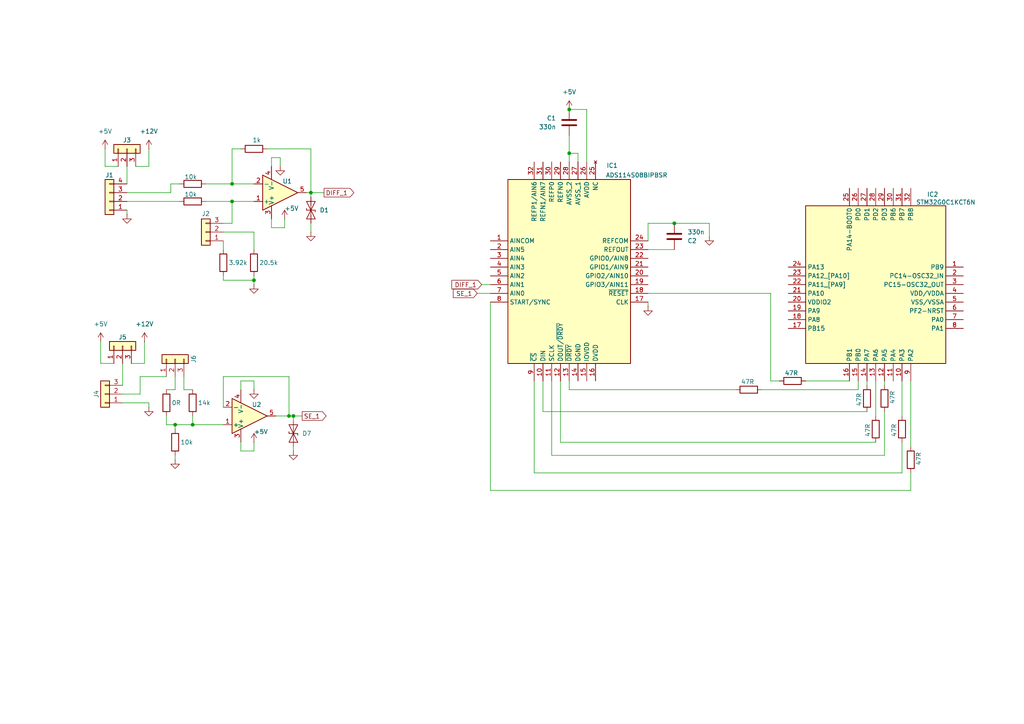
<source format=kicad_sch>
(kicad_sch
	(version 20250114)
	(generator "eeschema")
	(generator_version "9.0")
	(uuid "6b5c3a33-e0c0-4354-bc3d-665cd56165a2")
	(paper "A4")
	(lib_symbols
		(symbol "ADS114S08BIPBSR:ADS114S08BIPBSR"
			(exclude_from_sim no)
			(in_bom yes)
			(on_board yes)
			(property "Reference" "IC"
				(at 41.91 22.86 0)
				(effects
					(font
						(size 1.27 1.27)
					)
					(justify left top)
				)
			)
			(property "Value" "ADS114S08BIPBSR"
				(at 41.91 20.32 0)
				(effects
					(font
						(size 1.27 1.27)
					)
					(justify left top)
				)
			)
			(property "Footprint" "QFP50P700X700X120-32N"
				(at 41.91 -79.68 0)
				(effects
					(font
						(size 1.27 1.27)
					)
					(justify left top)
					(hide yes)
				)
			)
			(property "Datasheet" "http://www.ti.com/lit/ds/symlink/ads114s08b.pdf"
				(at 41.91 -179.68 0)
				(effects
					(font
						(size 1.27 1.27)
					)
					(justify left top)
					(hide yes)
				)
			)
			(property "Description" "16-Bit, 4kSPS, 12-Ch Delta-Sigma ADC With PGA and Voltage Reference for Low-Cost Applications"
				(at 0 0 0)
				(effects
					(font
						(size 1.27 1.27)
					)
					(hide yes)
				)
			)
			(property "Height" "1.2"
				(at 41.91 -379.68 0)
				(effects
					(font
						(size 1.27 1.27)
					)
					(justify left top)
					(hide yes)
				)
			)
			(property "Mouser Part Number" "595-ADS114S08BIPBSR"
				(at 41.91 -479.68 0)
				(effects
					(font
						(size 1.27 1.27)
					)
					(justify left top)
					(hide yes)
				)
			)
			(property "Mouser Price/Stock" "https://www.mouser.co.uk/ProductDetail/Texas-Instruments/ADS114S08BIPBSR?qs=BZBei1rCqCBEYklFsSuG7A%3D%3D"
				(at 41.91 -579.68 0)
				(effects
					(font
						(size 1.27 1.27)
					)
					(justify left top)
					(hide yes)
				)
			)
			(property "Manufacturer_Name" "Texas Instruments"
				(at 41.91 -679.68 0)
				(effects
					(font
						(size 1.27 1.27)
					)
					(justify left top)
					(hide yes)
				)
			)
			(property "Manufacturer_Part_Number" "ADS114S08BIPBSR"
				(at 41.91 -779.68 0)
				(effects
					(font
						(size 1.27 1.27)
					)
					(justify left top)
					(hide yes)
				)
			)
			(symbol "ADS114S08BIPBSR_1_1"
				(rectangle
					(start 5.08 17.78)
					(end 40.64 -35.56)
					(stroke
						(width 0.254)
						(type default)
					)
					(fill
						(type background)
					)
				)
				(pin passive line
					(at 0 0 0)
					(length 5.08)
					(name "AINCOM"
						(effects
							(font
								(size 1.27 1.27)
							)
						)
					)
					(number "1"
						(effects
							(font
								(size 1.27 1.27)
							)
						)
					)
				)
				(pin passive line
					(at 0 -2.54 0)
					(length 5.08)
					(name "AIN5"
						(effects
							(font
								(size 1.27 1.27)
							)
						)
					)
					(number "2"
						(effects
							(font
								(size 1.27 1.27)
							)
						)
					)
				)
				(pin passive line
					(at 0 -5.08 0)
					(length 5.08)
					(name "AIN4"
						(effects
							(font
								(size 1.27 1.27)
							)
						)
					)
					(number "3"
						(effects
							(font
								(size 1.27 1.27)
							)
						)
					)
				)
				(pin passive line
					(at 0 -7.62 0)
					(length 5.08)
					(name "AIN3"
						(effects
							(font
								(size 1.27 1.27)
							)
						)
					)
					(number "4"
						(effects
							(font
								(size 1.27 1.27)
							)
						)
					)
				)
				(pin passive line
					(at 0 -10.16 0)
					(length 5.08)
					(name "AIN2"
						(effects
							(font
								(size 1.27 1.27)
							)
						)
					)
					(number "5"
						(effects
							(font
								(size 1.27 1.27)
							)
						)
					)
				)
				(pin passive line
					(at 0 -12.7 0)
					(length 5.08)
					(name "AIN1"
						(effects
							(font
								(size 1.27 1.27)
							)
						)
					)
					(number "6"
						(effects
							(font
								(size 1.27 1.27)
							)
						)
					)
				)
				(pin passive line
					(at 0 -15.24 0)
					(length 5.08)
					(name "AIN0"
						(effects
							(font
								(size 1.27 1.27)
							)
						)
					)
					(number "7"
						(effects
							(font
								(size 1.27 1.27)
							)
						)
					)
				)
				(pin passive line
					(at 0 -17.78 0)
					(length 5.08)
					(name "START/SYNC"
						(effects
							(font
								(size 1.27 1.27)
							)
						)
					)
					(number "8"
						(effects
							(font
								(size 1.27 1.27)
							)
						)
					)
				)
				(pin passive line
					(at 12.7 22.86 270)
					(length 5.08)
					(name "REFP1/AIN6"
						(effects
							(font
								(size 1.27 1.27)
							)
						)
					)
					(number "32"
						(effects
							(font
								(size 1.27 1.27)
							)
						)
					)
				)
				(pin passive line
					(at 12.7 -40.64 90)
					(length 5.08)
					(name "~{CS}"
						(effects
							(font
								(size 1.27 1.27)
							)
						)
					)
					(number "9"
						(effects
							(font
								(size 1.27 1.27)
							)
						)
					)
				)
				(pin passive line
					(at 15.24 22.86 270)
					(length 5.08)
					(name "REFN1/AIN7"
						(effects
							(font
								(size 1.27 1.27)
							)
						)
					)
					(number "31"
						(effects
							(font
								(size 1.27 1.27)
							)
						)
					)
				)
				(pin passive line
					(at 15.24 -40.64 90)
					(length 5.08)
					(name "DIN"
						(effects
							(font
								(size 1.27 1.27)
							)
						)
					)
					(number "10"
						(effects
							(font
								(size 1.27 1.27)
							)
						)
					)
				)
				(pin passive line
					(at 17.78 22.86 270)
					(length 5.08)
					(name "REFP0"
						(effects
							(font
								(size 1.27 1.27)
							)
						)
					)
					(number "30"
						(effects
							(font
								(size 1.27 1.27)
							)
						)
					)
				)
				(pin passive line
					(at 17.78 -40.64 90)
					(length 5.08)
					(name "SCLK"
						(effects
							(font
								(size 1.27 1.27)
							)
						)
					)
					(number "11"
						(effects
							(font
								(size 1.27 1.27)
							)
						)
					)
				)
				(pin passive line
					(at 20.32 22.86 270)
					(length 5.08)
					(name "REFN0"
						(effects
							(font
								(size 1.27 1.27)
							)
						)
					)
					(number "29"
						(effects
							(font
								(size 1.27 1.27)
							)
						)
					)
				)
				(pin passive line
					(at 20.32 -40.64 90)
					(length 5.08)
					(name "DOUT/~{DRDY}"
						(effects
							(font
								(size 1.27 1.27)
							)
						)
					)
					(number "12"
						(effects
							(font
								(size 1.27 1.27)
							)
						)
					)
				)
				(pin passive line
					(at 22.86 22.86 270)
					(length 5.08)
					(name "AVSS_2"
						(effects
							(font
								(size 1.27 1.27)
							)
						)
					)
					(number "28"
						(effects
							(font
								(size 1.27 1.27)
							)
						)
					)
				)
				(pin passive line
					(at 22.86 -40.64 90)
					(length 5.08)
					(name "~{DRDY}"
						(effects
							(font
								(size 1.27 1.27)
							)
						)
					)
					(number "13"
						(effects
							(font
								(size 1.27 1.27)
							)
						)
					)
				)
				(pin passive line
					(at 25.4 22.86 270)
					(length 5.08)
					(name "AVSS_1"
						(effects
							(font
								(size 1.27 1.27)
							)
						)
					)
					(number "27"
						(effects
							(font
								(size 1.27 1.27)
							)
						)
					)
				)
				(pin passive line
					(at 25.4 -40.64 90)
					(length 5.08)
					(name "DGND"
						(effects
							(font
								(size 1.27 1.27)
							)
						)
					)
					(number "14"
						(effects
							(font
								(size 1.27 1.27)
							)
						)
					)
				)
				(pin passive line
					(at 27.94 22.86 270)
					(length 5.08)
					(name "AVDD"
						(effects
							(font
								(size 1.27 1.27)
							)
						)
					)
					(number "26"
						(effects
							(font
								(size 1.27 1.27)
							)
						)
					)
				)
				(pin passive line
					(at 27.94 -40.64 90)
					(length 5.08)
					(name "IOVDD"
						(effects
							(font
								(size 1.27 1.27)
							)
						)
					)
					(number "15"
						(effects
							(font
								(size 1.27 1.27)
							)
						)
					)
				)
				(pin no_connect line
					(at 30.48 22.86 270)
					(length 5.08)
					(name "NC"
						(effects
							(font
								(size 1.27 1.27)
							)
						)
					)
					(number "25"
						(effects
							(font
								(size 1.27 1.27)
							)
						)
					)
				)
				(pin passive line
					(at 30.48 -40.64 90)
					(length 5.08)
					(name "DVDD"
						(effects
							(font
								(size 1.27 1.27)
							)
						)
					)
					(number "16"
						(effects
							(font
								(size 1.27 1.27)
							)
						)
					)
				)
				(pin passive line
					(at 45.72 0 180)
					(length 5.08)
					(name "REFCOM"
						(effects
							(font
								(size 1.27 1.27)
							)
						)
					)
					(number "24"
						(effects
							(font
								(size 1.27 1.27)
							)
						)
					)
				)
				(pin passive line
					(at 45.72 -2.54 180)
					(length 5.08)
					(name "REFOUT"
						(effects
							(font
								(size 1.27 1.27)
							)
						)
					)
					(number "23"
						(effects
							(font
								(size 1.27 1.27)
							)
						)
					)
				)
				(pin passive line
					(at 45.72 -5.08 180)
					(length 5.08)
					(name "GPIO0/AIN8"
						(effects
							(font
								(size 1.27 1.27)
							)
						)
					)
					(number "22"
						(effects
							(font
								(size 1.27 1.27)
							)
						)
					)
				)
				(pin passive line
					(at 45.72 -7.62 180)
					(length 5.08)
					(name "GPIO1/AIN9"
						(effects
							(font
								(size 1.27 1.27)
							)
						)
					)
					(number "21"
						(effects
							(font
								(size 1.27 1.27)
							)
						)
					)
				)
				(pin passive line
					(at 45.72 -10.16 180)
					(length 5.08)
					(name "GPIO2/AIN10"
						(effects
							(font
								(size 1.27 1.27)
							)
						)
					)
					(number "20"
						(effects
							(font
								(size 1.27 1.27)
							)
						)
					)
				)
				(pin passive line
					(at 45.72 -12.7 180)
					(length 5.08)
					(name "GPIO3/AIN11"
						(effects
							(font
								(size 1.27 1.27)
							)
						)
					)
					(number "19"
						(effects
							(font
								(size 1.27 1.27)
							)
						)
					)
				)
				(pin passive line
					(at 45.72 -15.24 180)
					(length 5.08)
					(name "~{RESET}"
						(effects
							(font
								(size 1.27 1.27)
							)
						)
					)
					(number "18"
						(effects
							(font
								(size 1.27 1.27)
							)
						)
					)
				)
				(pin passive line
					(at 45.72 -17.78 180)
					(length 5.08)
					(name "CLK"
						(effects
							(font
								(size 1.27 1.27)
							)
						)
					)
					(number "17"
						(effects
							(font
								(size 1.27 1.27)
							)
						)
					)
				)
			)
			(embedded_fonts no)
		)
		(symbol "Connector_Generic:Conn_01x03"
			(pin_names
				(offset 1.016)
				(hide yes)
			)
			(exclude_from_sim no)
			(in_bom yes)
			(on_board yes)
			(property "Reference" "J"
				(at 0 5.08 0)
				(effects
					(font
						(size 1.27 1.27)
					)
				)
			)
			(property "Value" "Conn_01x03"
				(at 0 -5.08 0)
				(effects
					(font
						(size 1.27 1.27)
					)
				)
			)
			(property "Footprint" ""
				(at 0 0 0)
				(effects
					(font
						(size 1.27 1.27)
					)
					(hide yes)
				)
			)
			(property "Datasheet" "~"
				(at 0 0 0)
				(effects
					(font
						(size 1.27 1.27)
					)
					(hide yes)
				)
			)
			(property "Description" "Generic connector, single row, 01x03, script generated (kicad-library-utils/schlib/autogen/connector/)"
				(at 0 0 0)
				(effects
					(font
						(size 1.27 1.27)
					)
					(hide yes)
				)
			)
			(property "ki_keywords" "connector"
				(at 0 0 0)
				(effects
					(font
						(size 1.27 1.27)
					)
					(hide yes)
				)
			)
			(property "ki_fp_filters" "Connector*:*_1x??_*"
				(at 0 0 0)
				(effects
					(font
						(size 1.27 1.27)
					)
					(hide yes)
				)
			)
			(symbol "Conn_01x03_1_1"
				(rectangle
					(start -1.27 3.81)
					(end 1.27 -3.81)
					(stroke
						(width 0.254)
						(type default)
					)
					(fill
						(type background)
					)
				)
				(rectangle
					(start -1.27 2.667)
					(end 0 2.413)
					(stroke
						(width 0.1524)
						(type default)
					)
					(fill
						(type none)
					)
				)
				(rectangle
					(start -1.27 0.127)
					(end 0 -0.127)
					(stroke
						(width 0.1524)
						(type default)
					)
					(fill
						(type none)
					)
				)
				(rectangle
					(start -1.27 -2.413)
					(end 0 -2.667)
					(stroke
						(width 0.1524)
						(type default)
					)
					(fill
						(type none)
					)
				)
				(pin passive line
					(at -5.08 2.54 0)
					(length 3.81)
					(name "Pin_1"
						(effects
							(font
								(size 1.27 1.27)
							)
						)
					)
					(number "1"
						(effects
							(font
								(size 1.27 1.27)
							)
						)
					)
				)
				(pin passive line
					(at -5.08 0 0)
					(length 3.81)
					(name "Pin_2"
						(effects
							(font
								(size 1.27 1.27)
							)
						)
					)
					(number "2"
						(effects
							(font
								(size 1.27 1.27)
							)
						)
					)
				)
				(pin passive line
					(at -5.08 -2.54 0)
					(length 3.81)
					(name "Pin_3"
						(effects
							(font
								(size 1.27 1.27)
							)
						)
					)
					(number "3"
						(effects
							(font
								(size 1.27 1.27)
							)
						)
					)
				)
			)
			(embedded_fonts no)
		)
		(symbol "Connector_Generic:Conn_01x04"
			(pin_names
				(offset 1.016)
				(hide yes)
			)
			(exclude_from_sim no)
			(in_bom yes)
			(on_board yes)
			(property "Reference" "J"
				(at 0 5.08 0)
				(effects
					(font
						(size 1.27 1.27)
					)
				)
			)
			(property "Value" "Conn_01x04"
				(at 0 -7.62 0)
				(effects
					(font
						(size 1.27 1.27)
					)
				)
			)
			(property "Footprint" ""
				(at 0 0 0)
				(effects
					(font
						(size 1.27 1.27)
					)
					(hide yes)
				)
			)
			(property "Datasheet" "~"
				(at 0 0 0)
				(effects
					(font
						(size 1.27 1.27)
					)
					(hide yes)
				)
			)
			(property "Description" "Generic connector, single row, 01x04, script generated (kicad-library-utils/schlib/autogen/connector/)"
				(at 0 0 0)
				(effects
					(font
						(size 1.27 1.27)
					)
					(hide yes)
				)
			)
			(property "ki_keywords" "connector"
				(at 0 0 0)
				(effects
					(font
						(size 1.27 1.27)
					)
					(hide yes)
				)
			)
			(property "ki_fp_filters" "Connector*:*_1x??_*"
				(at 0 0 0)
				(effects
					(font
						(size 1.27 1.27)
					)
					(hide yes)
				)
			)
			(symbol "Conn_01x04_1_1"
				(rectangle
					(start -1.27 3.81)
					(end 1.27 -6.35)
					(stroke
						(width 0.254)
						(type default)
					)
					(fill
						(type background)
					)
				)
				(rectangle
					(start -1.27 2.667)
					(end 0 2.413)
					(stroke
						(width 0.1524)
						(type default)
					)
					(fill
						(type none)
					)
				)
				(rectangle
					(start -1.27 0.127)
					(end 0 -0.127)
					(stroke
						(width 0.1524)
						(type default)
					)
					(fill
						(type none)
					)
				)
				(rectangle
					(start -1.27 -2.413)
					(end 0 -2.667)
					(stroke
						(width 0.1524)
						(type default)
					)
					(fill
						(type none)
					)
				)
				(rectangle
					(start -1.27 -4.953)
					(end 0 -5.207)
					(stroke
						(width 0.1524)
						(type default)
					)
					(fill
						(type none)
					)
				)
				(pin passive line
					(at -5.08 2.54 0)
					(length 3.81)
					(name "Pin_1"
						(effects
							(font
								(size 1.27 1.27)
							)
						)
					)
					(number "1"
						(effects
							(font
								(size 1.27 1.27)
							)
						)
					)
				)
				(pin passive line
					(at -5.08 0 0)
					(length 3.81)
					(name "Pin_2"
						(effects
							(font
								(size 1.27 1.27)
							)
						)
					)
					(number "2"
						(effects
							(font
								(size 1.27 1.27)
							)
						)
					)
				)
				(pin passive line
					(at -5.08 -2.54 0)
					(length 3.81)
					(name "Pin_3"
						(effects
							(font
								(size 1.27 1.27)
							)
						)
					)
					(number "3"
						(effects
							(font
								(size 1.27 1.27)
							)
						)
					)
				)
				(pin passive line
					(at -5.08 -5.08 0)
					(length 3.81)
					(name "Pin_4"
						(effects
							(font
								(size 1.27 1.27)
							)
						)
					)
					(number "4"
						(effects
							(font
								(size 1.27 1.27)
							)
						)
					)
				)
			)
			(embedded_fonts no)
		)
		(symbol "Device:C"
			(pin_numbers
				(hide yes)
			)
			(pin_names
				(offset 0.254)
			)
			(exclude_from_sim no)
			(in_bom yes)
			(on_board yes)
			(property "Reference" "C"
				(at 0.635 2.54 0)
				(effects
					(font
						(size 1.27 1.27)
					)
					(justify left)
				)
			)
			(property "Value" "C"
				(at 0.635 -2.54 0)
				(effects
					(font
						(size 1.27 1.27)
					)
					(justify left)
				)
			)
			(property "Footprint" ""
				(at 0.9652 -3.81 0)
				(effects
					(font
						(size 1.27 1.27)
					)
					(hide yes)
				)
			)
			(property "Datasheet" "~"
				(at 0 0 0)
				(effects
					(font
						(size 1.27 1.27)
					)
					(hide yes)
				)
			)
			(property "Description" "Unpolarized capacitor"
				(at 0 0 0)
				(effects
					(font
						(size 1.27 1.27)
					)
					(hide yes)
				)
			)
			(property "ki_keywords" "cap capacitor"
				(at 0 0 0)
				(effects
					(font
						(size 1.27 1.27)
					)
					(hide yes)
				)
			)
			(property "ki_fp_filters" "C_*"
				(at 0 0 0)
				(effects
					(font
						(size 1.27 1.27)
					)
					(hide yes)
				)
			)
			(symbol "C_0_1"
				(polyline
					(pts
						(xy -2.032 0.762) (xy 2.032 0.762)
					)
					(stroke
						(width 0.508)
						(type default)
					)
					(fill
						(type none)
					)
				)
				(polyline
					(pts
						(xy -2.032 -0.762) (xy 2.032 -0.762)
					)
					(stroke
						(width 0.508)
						(type default)
					)
					(fill
						(type none)
					)
				)
			)
			(symbol "C_1_1"
				(pin passive line
					(at 0 3.81 270)
					(length 2.794)
					(name "~"
						(effects
							(font
								(size 1.27 1.27)
							)
						)
					)
					(number "1"
						(effects
							(font
								(size 1.27 1.27)
							)
						)
					)
				)
				(pin passive line
					(at 0 -3.81 90)
					(length 2.794)
					(name "~"
						(effects
							(font
								(size 1.27 1.27)
							)
						)
					)
					(number "2"
						(effects
							(font
								(size 1.27 1.27)
							)
						)
					)
				)
			)
			(embedded_fonts no)
		)
		(symbol "Device:R"
			(pin_numbers
				(hide yes)
			)
			(pin_names
				(offset 0)
			)
			(exclude_from_sim no)
			(in_bom yes)
			(on_board yes)
			(property "Reference" "R"
				(at 2.032 0 90)
				(effects
					(font
						(size 1.27 1.27)
					)
				)
			)
			(property "Value" "R"
				(at 0 0 90)
				(effects
					(font
						(size 1.27 1.27)
					)
				)
			)
			(property "Footprint" ""
				(at -1.778 0 90)
				(effects
					(font
						(size 1.27 1.27)
					)
					(hide yes)
				)
			)
			(property "Datasheet" "~"
				(at 0 0 0)
				(effects
					(font
						(size 1.27 1.27)
					)
					(hide yes)
				)
			)
			(property "Description" "Resistor"
				(at 0 0 0)
				(effects
					(font
						(size 1.27 1.27)
					)
					(hide yes)
				)
			)
			(property "ki_keywords" "R res resistor"
				(at 0 0 0)
				(effects
					(font
						(size 1.27 1.27)
					)
					(hide yes)
				)
			)
			(property "ki_fp_filters" "R_*"
				(at 0 0 0)
				(effects
					(font
						(size 1.27 1.27)
					)
					(hide yes)
				)
			)
			(symbol "R_0_1"
				(rectangle
					(start -1.016 -2.54)
					(end 1.016 2.54)
					(stroke
						(width 0.254)
						(type default)
					)
					(fill
						(type none)
					)
				)
			)
			(symbol "R_1_1"
				(pin passive line
					(at 0 3.81 270)
					(length 1.27)
					(name "~"
						(effects
							(font
								(size 1.27 1.27)
							)
						)
					)
					(number "1"
						(effects
							(font
								(size 1.27 1.27)
							)
						)
					)
				)
				(pin passive line
					(at 0 -3.81 90)
					(length 1.27)
					(name "~"
						(effects
							(font
								(size 1.27 1.27)
							)
						)
					)
					(number "2"
						(effects
							(font
								(size 1.27 1.27)
							)
						)
					)
				)
			)
			(embedded_fonts no)
		)
		(symbol "Diode:ESD9B5.0ST5G"
			(pin_numbers
				(hide yes)
			)
			(pin_names
				(offset 1.016)
				(hide yes)
			)
			(exclude_from_sim no)
			(in_bom yes)
			(on_board yes)
			(property "Reference" "D"
				(at 0 2.54 0)
				(effects
					(font
						(size 1.27 1.27)
					)
				)
			)
			(property "Value" "ESD9B5.0ST5G"
				(at 0 -2.54 0)
				(effects
					(font
						(size 1.27 1.27)
					)
				)
			)
			(property "Footprint" "Diode_SMD:D_SOD-923"
				(at 0 0 0)
				(effects
					(font
						(size 1.27 1.27)
					)
					(hide yes)
				)
			)
			(property "Datasheet" "https://www.onsemi.com/pub/Collateral/ESD9B-D.PDF"
				(at 0 0 0)
				(effects
					(font
						(size 1.27 1.27)
					)
					(hide yes)
				)
			)
			(property "Description" "ESD protection diode, 5.0Vrwm, SOD-923"
				(at 0 0 0)
				(effects
					(font
						(size 1.27 1.27)
					)
					(hide yes)
				)
			)
			(property "ki_keywords" "diode TVS ESD"
				(at 0 0 0)
				(effects
					(font
						(size 1.27 1.27)
					)
					(hide yes)
				)
			)
			(property "ki_fp_filters" "D*SOD?923*"
				(at 0 0 0)
				(effects
					(font
						(size 1.27 1.27)
					)
					(hide yes)
				)
			)
			(symbol "ESD9B5.0ST5G_0_1"
				(polyline
					(pts
						(xy -2.54 -1.27) (xy 0 0) (xy -2.54 1.27) (xy -2.54 -1.27)
					)
					(stroke
						(width 0.2032)
						(type default)
					)
					(fill
						(type none)
					)
				)
				(polyline
					(pts
						(xy 0.508 1.27) (xy 0 1.27) (xy 0 -1.27) (xy -0.508 -1.27)
					)
					(stroke
						(width 0.2032)
						(type default)
					)
					(fill
						(type none)
					)
				)
				(polyline
					(pts
						(xy 1.27 0) (xy -1.27 0)
					)
					(stroke
						(width 0)
						(type default)
					)
					(fill
						(type none)
					)
				)
				(polyline
					(pts
						(xy 2.54 1.27) (xy 2.54 -1.27) (xy 0 0) (xy 2.54 1.27)
					)
					(stroke
						(width 0.2032)
						(type default)
					)
					(fill
						(type none)
					)
				)
			)
			(symbol "ESD9B5.0ST5G_1_1"
				(pin passive line
					(at -3.81 0 0)
					(length 2.54)
					(name "A1"
						(effects
							(font
								(size 1.27 1.27)
							)
						)
					)
					(number "1"
						(effects
							(font
								(size 1.27 1.27)
							)
						)
					)
				)
				(pin passive line
					(at 3.81 0 180)
					(length 2.54)
					(name "A2"
						(effects
							(font
								(size 1.27 1.27)
							)
						)
					)
					(number "2"
						(effects
							(font
								(size 1.27 1.27)
							)
						)
					)
				)
			)
			(embedded_fonts no)
		)
		(symbol "STM32G0C1KCT6N:STM32G0C1KCT6N"
			(exclude_from_sim no)
			(in_bom yes)
			(on_board yes)
			(property "Reference" "IC"
				(at 46.99 22.86 0)
				(effects
					(font
						(size 1.27 1.27)
					)
					(justify left top)
				)
			)
			(property "Value" "STM32G0C1KCT6N"
				(at 46.99 20.32 0)
				(effects
					(font
						(size 1.27 1.27)
					)
					(justify left top)
				)
			)
			(property "Footprint" "QFP80P900X900X160-32N"
				(at 46.99 -79.68 0)
				(effects
					(font
						(size 1.27 1.27)
					)
					(justify left top)
					(hide yes)
				)
			)
			(property "Datasheet" "https://www.st.com/resource/en/datasheet/stm32g0c1cc.pdf"
				(at 46.99 -179.68 0)
				(effects
					(font
						(size 1.27 1.27)
					)
					(justify left top)
					(hide yes)
				)
			)
			(property "Description" "Mainstream Arm Cortex-M0+ 32-bit MCU, up to 512KB Flash, 144KB RAM, 6x USART, timers, ADC, DAC, comm. I/Fs, AES, RNG, 1.7-3.6V"
				(at 0 0 0)
				(effects
					(font
						(size 1.27 1.27)
					)
					(hide yes)
				)
			)
			(property "Height" "1.6"
				(at 46.99 -379.68 0)
				(effects
					(font
						(size 1.27 1.27)
					)
					(justify left top)
					(hide yes)
				)
			)
			(property "Mouser Part Number" "511-STM32G0C1KCT6N"
				(at 46.99 -479.68 0)
				(effects
					(font
						(size 1.27 1.27)
					)
					(justify left top)
					(hide yes)
				)
			)
			(property "Mouser Price/Stock" "https://www.mouser.co.uk/ProductDetail/STMicroelectronics/STM32G0C1KCT6N?qs=iLbezkQI%252Bshu4f%252BBp0CpFw%3D%3D"
				(at 46.99 -579.68 0)
				(effects
					(font
						(size 1.27 1.27)
					)
					(justify left top)
					(hide yes)
				)
			)
			(property "Manufacturer_Name" "STMicroelectronics"
				(at 46.99 -679.68 0)
				(effects
					(font
						(size 1.27 1.27)
					)
					(justify left top)
					(hide yes)
				)
			)
			(property "Manufacturer_Part_Number" "STM32G0C1KCT6N"
				(at 46.99 -779.68 0)
				(effects
					(font
						(size 1.27 1.27)
					)
					(justify left top)
					(hide yes)
				)
			)
			(symbol "STM32G0C1KCT6N_1_1"
				(rectangle
					(start 5.08 17.78)
					(end 45.72 -27.94)
					(stroke
						(width 0.254)
						(type default)
					)
					(fill
						(type background)
					)
				)
				(pin passive line
					(at 0 0 0)
					(length 5.08)
					(name "PB9"
						(effects
							(font
								(size 1.27 1.27)
							)
						)
					)
					(number "1"
						(effects
							(font
								(size 1.27 1.27)
							)
						)
					)
				)
				(pin passive line
					(at 0 -2.54 0)
					(length 5.08)
					(name "PC14-OSC32_IN"
						(effects
							(font
								(size 1.27 1.27)
							)
						)
					)
					(number "2"
						(effects
							(font
								(size 1.27 1.27)
							)
						)
					)
				)
				(pin passive line
					(at 0 -5.08 0)
					(length 5.08)
					(name "PC15-OSC32_OUT"
						(effects
							(font
								(size 1.27 1.27)
							)
						)
					)
					(number "3"
						(effects
							(font
								(size 1.27 1.27)
							)
						)
					)
				)
				(pin passive line
					(at 0 -7.62 0)
					(length 5.08)
					(name "VDD/VDDA"
						(effects
							(font
								(size 1.27 1.27)
							)
						)
					)
					(number "4"
						(effects
							(font
								(size 1.27 1.27)
							)
						)
					)
				)
				(pin passive line
					(at 0 -10.16 0)
					(length 5.08)
					(name "VSS/VSSA"
						(effects
							(font
								(size 1.27 1.27)
							)
						)
					)
					(number "5"
						(effects
							(font
								(size 1.27 1.27)
							)
						)
					)
				)
				(pin passive line
					(at 0 -12.7 0)
					(length 5.08)
					(name "PF2-NRST"
						(effects
							(font
								(size 1.27 1.27)
							)
						)
					)
					(number "6"
						(effects
							(font
								(size 1.27 1.27)
							)
						)
					)
				)
				(pin passive line
					(at 0 -15.24 0)
					(length 5.08)
					(name "PA0"
						(effects
							(font
								(size 1.27 1.27)
							)
						)
					)
					(number "7"
						(effects
							(font
								(size 1.27 1.27)
							)
						)
					)
				)
				(pin passive line
					(at 0 -17.78 0)
					(length 5.08)
					(name "PA1"
						(effects
							(font
								(size 1.27 1.27)
							)
						)
					)
					(number "8"
						(effects
							(font
								(size 1.27 1.27)
							)
						)
					)
				)
				(pin passive line
					(at 15.24 22.86 270)
					(length 5.08)
					(name "PB8"
						(effects
							(font
								(size 1.27 1.27)
							)
						)
					)
					(number "32"
						(effects
							(font
								(size 1.27 1.27)
							)
						)
					)
				)
				(pin passive line
					(at 15.24 -33.02 90)
					(length 5.08)
					(name "PA2"
						(effects
							(font
								(size 1.27 1.27)
							)
						)
					)
					(number "9"
						(effects
							(font
								(size 1.27 1.27)
							)
						)
					)
				)
				(pin passive line
					(at 17.78 22.86 270)
					(length 5.08)
					(name "PB7"
						(effects
							(font
								(size 1.27 1.27)
							)
						)
					)
					(number "31"
						(effects
							(font
								(size 1.27 1.27)
							)
						)
					)
				)
				(pin passive line
					(at 17.78 -33.02 90)
					(length 5.08)
					(name "PA3"
						(effects
							(font
								(size 1.27 1.27)
							)
						)
					)
					(number "10"
						(effects
							(font
								(size 1.27 1.27)
							)
						)
					)
				)
				(pin passive line
					(at 20.32 22.86 270)
					(length 5.08)
					(name "PB6"
						(effects
							(font
								(size 1.27 1.27)
							)
						)
					)
					(number "30"
						(effects
							(font
								(size 1.27 1.27)
							)
						)
					)
				)
				(pin passive line
					(at 20.32 -33.02 90)
					(length 5.08)
					(name "PA4"
						(effects
							(font
								(size 1.27 1.27)
							)
						)
					)
					(number "11"
						(effects
							(font
								(size 1.27 1.27)
							)
						)
					)
				)
				(pin passive line
					(at 22.86 22.86 270)
					(length 5.08)
					(name "PD3"
						(effects
							(font
								(size 1.27 1.27)
							)
						)
					)
					(number "29"
						(effects
							(font
								(size 1.27 1.27)
							)
						)
					)
				)
				(pin passive line
					(at 22.86 -33.02 90)
					(length 5.08)
					(name "PA5"
						(effects
							(font
								(size 1.27 1.27)
							)
						)
					)
					(number "12"
						(effects
							(font
								(size 1.27 1.27)
							)
						)
					)
				)
				(pin passive line
					(at 25.4 22.86 270)
					(length 5.08)
					(name "PD2"
						(effects
							(font
								(size 1.27 1.27)
							)
						)
					)
					(number "28"
						(effects
							(font
								(size 1.27 1.27)
							)
						)
					)
				)
				(pin passive line
					(at 25.4 -33.02 90)
					(length 5.08)
					(name "PA6"
						(effects
							(font
								(size 1.27 1.27)
							)
						)
					)
					(number "13"
						(effects
							(font
								(size 1.27 1.27)
							)
						)
					)
				)
				(pin passive line
					(at 27.94 22.86 270)
					(length 5.08)
					(name "PD1"
						(effects
							(font
								(size 1.27 1.27)
							)
						)
					)
					(number "27"
						(effects
							(font
								(size 1.27 1.27)
							)
						)
					)
				)
				(pin passive line
					(at 27.94 -33.02 90)
					(length 5.08)
					(name "PA7"
						(effects
							(font
								(size 1.27 1.27)
							)
						)
					)
					(number "14"
						(effects
							(font
								(size 1.27 1.27)
							)
						)
					)
				)
				(pin passive line
					(at 30.48 22.86 270)
					(length 5.08)
					(name "PD0"
						(effects
							(font
								(size 1.27 1.27)
							)
						)
					)
					(number "26"
						(effects
							(font
								(size 1.27 1.27)
							)
						)
					)
				)
				(pin passive line
					(at 30.48 -33.02 90)
					(length 5.08)
					(name "PB0"
						(effects
							(font
								(size 1.27 1.27)
							)
						)
					)
					(number "15"
						(effects
							(font
								(size 1.27 1.27)
							)
						)
					)
				)
				(pin passive line
					(at 33.02 22.86 270)
					(length 5.08)
					(name "PA14-BOOT0"
						(effects
							(font
								(size 1.27 1.27)
							)
						)
					)
					(number "25"
						(effects
							(font
								(size 1.27 1.27)
							)
						)
					)
				)
				(pin passive line
					(at 33.02 -33.02 90)
					(length 5.08)
					(name "PB1"
						(effects
							(font
								(size 1.27 1.27)
							)
						)
					)
					(number "16"
						(effects
							(font
								(size 1.27 1.27)
							)
						)
					)
				)
				(pin passive line
					(at 50.8 0 180)
					(length 5.08)
					(name "PA13"
						(effects
							(font
								(size 1.27 1.27)
							)
						)
					)
					(number "24"
						(effects
							(font
								(size 1.27 1.27)
							)
						)
					)
				)
				(pin passive line
					(at 50.8 -2.54 180)
					(length 5.08)
					(name "PA12_[PA10]"
						(effects
							(font
								(size 1.27 1.27)
							)
						)
					)
					(number "23"
						(effects
							(font
								(size 1.27 1.27)
							)
						)
					)
				)
				(pin passive line
					(at 50.8 -5.08 180)
					(length 5.08)
					(name "PA11_[PA9]"
						(effects
							(font
								(size 1.27 1.27)
							)
						)
					)
					(number "22"
						(effects
							(font
								(size 1.27 1.27)
							)
						)
					)
				)
				(pin passive line
					(at 50.8 -7.62 180)
					(length 5.08)
					(name "PA10"
						(effects
							(font
								(size 1.27 1.27)
							)
						)
					)
					(number "21"
						(effects
							(font
								(size 1.27 1.27)
							)
						)
					)
				)
				(pin passive line
					(at 50.8 -10.16 180)
					(length 5.08)
					(name "VDDIO2"
						(effects
							(font
								(size 1.27 1.27)
							)
						)
					)
					(number "20"
						(effects
							(font
								(size 1.27 1.27)
							)
						)
					)
				)
				(pin passive line
					(at 50.8 -12.7 180)
					(length 5.08)
					(name "PA9"
						(effects
							(font
								(size 1.27 1.27)
							)
						)
					)
					(number "19"
						(effects
							(font
								(size 1.27 1.27)
							)
						)
					)
				)
				(pin passive line
					(at 50.8 -15.24 180)
					(length 5.08)
					(name "PA8"
						(effects
							(font
								(size 1.27 1.27)
							)
						)
					)
					(number "18"
						(effects
							(font
								(size 1.27 1.27)
							)
						)
					)
				)
				(pin passive line
					(at 50.8 -17.78 180)
					(length 5.08)
					(name "PB15"
						(effects
							(font
								(size 1.27 1.27)
							)
						)
					)
					(number "17"
						(effects
							(font
								(size 1.27 1.27)
							)
						)
					)
				)
			)
			(embedded_fonts no)
		)
		(symbol "Simulation_SPICE:OPAMP"
			(pin_names
				(offset 0.254)
			)
			(exclude_from_sim no)
			(in_bom yes)
			(on_board yes)
			(property "Reference" "U"
				(at 3.81 3.175 0)
				(effects
					(font
						(size 1.27 1.27)
					)
					(justify left)
				)
			)
			(property "Value" "${SIM.PARAMS}"
				(at 3.81 -3.175 0)
				(effects
					(font
						(size 1.27 1.27)
					)
					(justify left)
				)
			)
			(property "Footprint" ""
				(at 0 0 0)
				(effects
					(font
						(size 1.27 1.27)
					)
					(hide yes)
				)
			)
			(property "Datasheet" "https://ngspice.sourceforge.io/docs/ngspice-html-manual/manual.xhtml#sec__SUBCKT_Subcircuits"
				(at 0 0 0)
				(effects
					(font
						(size 1.27 1.27)
					)
					(hide yes)
				)
			)
			(property "Description" "Operational amplifier, single"
				(at 0 0 0)
				(effects
					(font
						(size 1.27 1.27)
					)
					(hide yes)
				)
			)
			(property "Sim.Pins" "1=in+ 2=in- 3=vcc 4=vee 5=out"
				(at 0 0 0)
				(effects
					(font
						(size 1.27 1.27)
					)
					(hide yes)
				)
			)
			(property "Sim.Device" "SUBCKT"
				(at 0 0 0)
				(effects
					(font
						(size 1.27 1.27)
					)
					(justify left)
					(hide yes)
				)
			)
			(property "Sim.Library" "${KICAD9_SYMBOL_DIR}/Simulation_SPICE.sp"
				(at 0 0 0)
				(effects
					(font
						(size 1.27 1.27)
					)
					(hide yes)
				)
			)
			(property "Sim.Name" "kicad_builtin_opamp"
				(at 0 0 0)
				(effects
					(font
						(size 1.27 1.27)
					)
					(hide yes)
				)
			)
			(property "ki_keywords" "simulation"
				(at 0 0 0)
				(effects
					(font
						(size 1.27 1.27)
					)
					(hide yes)
				)
			)
			(symbol "OPAMP_0_1"
				(polyline
					(pts
						(xy 5.08 0) (xy -5.08 5.08) (xy -5.08 -5.08) (xy 5.08 0)
					)
					(stroke
						(width 0.254)
						(type default)
					)
					(fill
						(type background)
					)
				)
			)
			(symbol "OPAMP_1_1"
				(pin input line
					(at -7.62 2.54 0)
					(length 2.54)
					(name "+"
						(effects
							(font
								(size 1.27 1.27)
							)
						)
					)
					(number "1"
						(effects
							(font
								(size 1.27 1.27)
							)
						)
					)
				)
				(pin input line
					(at -7.62 -2.54 0)
					(length 2.54)
					(name "-"
						(effects
							(font
								(size 1.27 1.27)
							)
						)
					)
					(number "2"
						(effects
							(font
								(size 1.27 1.27)
							)
						)
					)
				)
				(pin power_in line
					(at -2.54 7.62 270)
					(length 3.81)
					(name "V+"
						(effects
							(font
								(size 1.27 1.27)
							)
						)
					)
					(number "3"
						(effects
							(font
								(size 1.27 1.27)
							)
						)
					)
				)
				(pin power_in line
					(at -2.54 -7.62 90)
					(length 3.81)
					(name "V-"
						(effects
							(font
								(size 1.27 1.27)
							)
						)
					)
					(number "4"
						(effects
							(font
								(size 1.27 1.27)
							)
						)
					)
				)
				(pin output line
					(at 7.62 0 180)
					(length 2.54)
					(name "~"
						(effects
							(font
								(size 1.27 1.27)
							)
						)
					)
					(number "5"
						(effects
							(font
								(size 1.27 1.27)
							)
						)
					)
				)
			)
			(embedded_fonts no)
		)
		(symbol "power:+12V"
			(power)
			(pin_numbers
				(hide yes)
			)
			(pin_names
				(offset 0)
				(hide yes)
			)
			(exclude_from_sim no)
			(in_bom yes)
			(on_board yes)
			(property "Reference" "#PWR"
				(at 0 -3.81 0)
				(effects
					(font
						(size 1.27 1.27)
					)
					(hide yes)
				)
			)
			(property "Value" "+12V"
				(at 0 3.556 0)
				(effects
					(font
						(size 1.27 1.27)
					)
				)
			)
			(property "Footprint" ""
				(at 0 0 0)
				(effects
					(font
						(size 1.27 1.27)
					)
					(hide yes)
				)
			)
			(property "Datasheet" ""
				(at 0 0 0)
				(effects
					(font
						(size 1.27 1.27)
					)
					(hide yes)
				)
			)
			(property "Description" "Power symbol creates a global label with name \"+12V\""
				(at 0 0 0)
				(effects
					(font
						(size 1.27 1.27)
					)
					(hide yes)
				)
			)
			(property "ki_keywords" "global power"
				(at 0 0 0)
				(effects
					(font
						(size 1.27 1.27)
					)
					(hide yes)
				)
			)
			(symbol "+12V_0_1"
				(polyline
					(pts
						(xy -0.762 1.27) (xy 0 2.54)
					)
					(stroke
						(width 0)
						(type default)
					)
					(fill
						(type none)
					)
				)
				(polyline
					(pts
						(xy 0 2.54) (xy 0.762 1.27)
					)
					(stroke
						(width 0)
						(type default)
					)
					(fill
						(type none)
					)
				)
				(polyline
					(pts
						(xy 0 0) (xy 0 2.54)
					)
					(stroke
						(width 0)
						(type default)
					)
					(fill
						(type none)
					)
				)
			)
			(symbol "+12V_1_1"
				(pin power_in line
					(at 0 0 90)
					(length 0)
					(name "~"
						(effects
							(font
								(size 1.27 1.27)
							)
						)
					)
					(number "1"
						(effects
							(font
								(size 1.27 1.27)
							)
						)
					)
				)
			)
			(embedded_fonts no)
		)
		(symbol "power:+5V"
			(power)
			(pin_numbers
				(hide yes)
			)
			(pin_names
				(offset 0)
				(hide yes)
			)
			(exclude_from_sim no)
			(in_bom yes)
			(on_board yes)
			(property "Reference" "#PWR"
				(at 0 -3.81 0)
				(effects
					(font
						(size 1.27 1.27)
					)
					(hide yes)
				)
			)
			(property "Value" "+5V"
				(at 0 3.556 0)
				(effects
					(font
						(size 1.27 1.27)
					)
				)
			)
			(property "Footprint" ""
				(at 0 0 0)
				(effects
					(font
						(size 1.27 1.27)
					)
					(hide yes)
				)
			)
			(property "Datasheet" ""
				(at 0 0 0)
				(effects
					(font
						(size 1.27 1.27)
					)
					(hide yes)
				)
			)
			(property "Description" "Power symbol creates a global label with name \"+5V\""
				(at 0 0 0)
				(effects
					(font
						(size 1.27 1.27)
					)
					(hide yes)
				)
			)
			(property "ki_keywords" "global power"
				(at 0 0 0)
				(effects
					(font
						(size 1.27 1.27)
					)
					(hide yes)
				)
			)
			(symbol "+5V_0_1"
				(polyline
					(pts
						(xy -0.762 1.27) (xy 0 2.54)
					)
					(stroke
						(width 0)
						(type default)
					)
					(fill
						(type none)
					)
				)
				(polyline
					(pts
						(xy 0 2.54) (xy 0.762 1.27)
					)
					(stroke
						(width 0)
						(type default)
					)
					(fill
						(type none)
					)
				)
				(polyline
					(pts
						(xy 0 0) (xy 0 2.54)
					)
					(stroke
						(width 0)
						(type default)
					)
					(fill
						(type none)
					)
				)
			)
			(symbol "+5V_1_1"
				(pin power_in line
					(at 0 0 90)
					(length 0)
					(name "~"
						(effects
							(font
								(size 1.27 1.27)
							)
						)
					)
					(number "1"
						(effects
							(font
								(size 1.27 1.27)
							)
						)
					)
				)
			)
			(embedded_fonts no)
		)
		(symbol "power:GND"
			(power)
			(pin_numbers
				(hide yes)
			)
			(pin_names
				(offset 0)
				(hide yes)
			)
			(exclude_from_sim no)
			(in_bom yes)
			(on_board yes)
			(property "Reference" "#PWR"
				(at 0 -6.35 0)
				(effects
					(font
						(size 1.27 1.27)
					)
					(hide yes)
				)
			)
			(property "Value" "GND"
				(at 0 -3.81 0)
				(effects
					(font
						(size 1.27 1.27)
					)
				)
			)
			(property "Footprint" ""
				(at 0 0 0)
				(effects
					(font
						(size 1.27 1.27)
					)
					(hide yes)
				)
			)
			(property "Datasheet" ""
				(at 0 0 0)
				(effects
					(font
						(size 1.27 1.27)
					)
					(hide yes)
				)
			)
			(property "Description" "Power symbol creates a global label with name \"GND\" , ground"
				(at 0 0 0)
				(effects
					(font
						(size 1.27 1.27)
					)
					(hide yes)
				)
			)
			(property "ki_keywords" "global power"
				(at 0 0 0)
				(effects
					(font
						(size 1.27 1.27)
					)
					(hide yes)
				)
			)
			(symbol "GND_0_1"
				(polyline
					(pts
						(xy 0 0) (xy 0 -1.27) (xy 1.27 -1.27) (xy 0 -2.54) (xy -1.27 -1.27) (xy 0 -1.27)
					)
					(stroke
						(width 0)
						(type default)
					)
					(fill
						(type none)
					)
				)
			)
			(symbol "GND_1_1"
				(pin power_in line
					(at 0 0 270)
					(length 0)
					(name "~"
						(effects
							(font
								(size 1.27 1.27)
							)
						)
					)
					(number "1"
						(effects
							(font
								(size 1.27 1.27)
							)
						)
					)
				)
			)
			(embedded_fonts no)
		)
	)
	(junction
		(at 195.58 64.77)
		(diameter 0)
		(color 0 0 0 0)
		(uuid "0c8f35df-cabc-462d-96d2-30d629366053")
	)
	(junction
		(at 165.1 31.75)
		(diameter 0)
		(color 0 0 0 0)
		(uuid "0cbe891a-ad04-431f-82d9-eb8c8b7cde67")
	)
	(junction
		(at 73.66 81.28)
		(diameter 0)
		(color 0 0 0 0)
		(uuid "1d1c6f62-edd2-48d8-bb62-206676d7e569")
	)
	(junction
		(at 85.09 120.65)
		(diameter 0)
		(color 0 0 0 0)
		(uuid "50ea698d-050b-44f5-bbda-db5c74e774a8")
	)
	(junction
		(at 67.31 58.42)
		(diameter 0)
		(color 0 0 0 0)
		(uuid "7df34e4e-53c2-415d-adfa-5ec802d1ae17")
	)
	(junction
		(at 165.1 44.45)
		(diameter 0)
		(color 0 0 0 0)
		(uuid "a4d9f013-1aa3-4db2-88d5-8e33d60fcc3c")
	)
	(junction
		(at 50.8 123.19)
		(diameter 0)
		(color 0 0 0 0)
		(uuid "b700ef89-7b0c-4393-bf50-7d3092b68629")
	)
	(junction
		(at 83.82 120.65)
		(diameter 0)
		(color 0 0 0 0)
		(uuid "bc5235b6-c4c6-4c20-b3af-7ad22f1f3cb6")
	)
	(junction
		(at 55.88 123.19)
		(diameter 0)
		(color 0 0 0 0)
		(uuid "e42b19ae-2c2a-44bb-a9e6-cbe59824cdba")
	)
	(junction
		(at 90.17 55.88)
		(diameter 0)
		(color 0 0 0 0)
		(uuid "e9723685-af17-4d32-855c-0947e33ed8b0")
	)
	(junction
		(at 67.31 53.34)
		(diameter 0)
		(color 0 0 0 0)
		(uuid "f79858d1-6d5d-4143-b157-f4ae46090171")
	)
	(wire
		(pts
			(xy 43.18 48.26) (xy 43.18 43.18)
		)
		(stroke
			(width 0)
			(type default)
		)
		(uuid "055e81f1-b4d3-4ef4-a135-17c4fb24dbd8")
	)
	(wire
		(pts
			(xy 55.88 123.19) (xy 50.8 123.19)
		)
		(stroke
			(width 0)
			(type default)
		)
		(uuid "08262adb-3e62-41bd-89a8-7bb98c1021a0")
	)
	(wire
		(pts
			(xy 256.54 132.08) (xy 256.54 119.38)
		)
		(stroke
			(width 0)
			(type default)
		)
		(uuid "08eacd22-2f5d-4ba3-b322-25addc02caf5")
	)
	(wire
		(pts
			(xy 83.82 109.22) (xy 83.82 120.65)
		)
		(stroke
			(width 0)
			(type default)
		)
		(uuid "0c3e99d7-2f77-4bf3-add9-32d7bd07ed50")
	)
	(wire
		(pts
			(xy 261.62 120.65) (xy 261.62 110.49)
		)
		(stroke
			(width 0)
			(type default)
		)
		(uuid "0d311c74-2ce5-4893-bbdd-6b66ad4b9422")
	)
	(wire
		(pts
			(xy 53.34 113.03) (xy 53.34 109.22)
		)
		(stroke
			(width 0)
			(type default)
		)
		(uuid "0dc4da20-3658-4b5e-94b1-5b8af10d573c")
	)
	(wire
		(pts
			(xy 73.66 130.81) (xy 73.66 128.27)
		)
		(stroke
			(width 0)
			(type default)
		)
		(uuid "12552592-388b-46db-bd3f-ddef60ec00fe")
	)
	(wire
		(pts
			(xy 165.1 44.45) (xy 167.64 44.45)
		)
		(stroke
			(width 0)
			(type default)
		)
		(uuid "15b6d5e2-97aa-4ec2-b64e-80c9ec2d9307")
	)
	(wire
		(pts
			(xy 59.69 58.42) (xy 67.31 58.42)
		)
		(stroke
			(width 0)
			(type default)
		)
		(uuid "161874ea-b9f0-4dcc-b5f3-985c50168247")
	)
	(wire
		(pts
			(xy 59.69 53.34) (xy 67.31 53.34)
		)
		(stroke
			(width 0)
			(type default)
		)
		(uuid "1736664b-972d-4381-ac1f-6de884fd6829")
	)
	(wire
		(pts
			(xy 187.96 64.77) (xy 195.58 64.77)
		)
		(stroke
			(width 0)
			(type default)
		)
		(uuid "197adbbd-809b-419d-b736-c8434b95e66d")
	)
	(wire
		(pts
			(xy 142.24 87.63) (xy 142.24 142.24)
		)
		(stroke
			(width 0)
			(type default)
		)
		(uuid "1e1977ac-00b1-4639-b4f0-69cda35a4e8d")
	)
	(wire
		(pts
			(xy 162.56 128.27) (xy 254 128.27)
		)
		(stroke
			(width 0)
			(type default)
		)
		(uuid "21987141-4f8f-4bd0-a086-ae24862c62b0")
	)
	(wire
		(pts
			(xy 139.7 82.55) (xy 142.24 82.55)
		)
		(stroke
			(width 0)
			(type default)
		)
		(uuid "2a14ad62-cca4-4af6-b0cd-1bb36fea5cf1")
	)
	(wire
		(pts
			(xy 29.21 105.41) (xy 33.02 105.41)
		)
		(stroke
			(width 0)
			(type default)
		)
		(uuid "2cec20a4-586f-485a-a674-4f6625288906")
	)
	(wire
		(pts
			(xy 64.77 69.85) (xy 64.77 72.39)
		)
		(stroke
			(width 0)
			(type default)
		)
		(uuid "2d2dd04f-d75e-4d86-ab39-6ac5551b5422")
	)
	(wire
		(pts
			(xy 50.8 132.08) (xy 50.8 133.35)
		)
		(stroke
			(width 0)
			(type default)
		)
		(uuid "2d547d31-13fc-48fb-9ce3-b8ab5ef84606")
	)
	(wire
		(pts
			(xy 67.31 58.42) (xy 73.66 58.42)
		)
		(stroke
			(width 0)
			(type default)
		)
		(uuid "2e648a35-1c64-4253-9634-aca38a5829ac")
	)
	(wire
		(pts
			(xy 64.77 64.77) (xy 67.31 64.77)
		)
		(stroke
			(width 0)
			(type default)
		)
		(uuid "2e72df1e-87a9-4b3f-ae9a-e1b9dca8d0b3")
	)
	(wire
		(pts
			(xy 205.74 64.77) (xy 195.58 64.77)
		)
		(stroke
			(width 0)
			(type default)
		)
		(uuid "2f6cda4f-d888-45fc-bd34-41902ce5396d")
	)
	(wire
		(pts
			(xy 41.91 105.41) (xy 41.91 99.06)
		)
		(stroke
			(width 0)
			(type default)
		)
		(uuid "3147afde-f7c2-4548-acf9-db39473e0871")
	)
	(wire
		(pts
			(xy 48.26 123.19) (xy 50.8 123.19)
		)
		(stroke
			(width 0)
			(type default)
		)
		(uuid "3247b732-8871-4772-b1ad-21ba6cb6d7ab")
	)
	(wire
		(pts
			(xy 55.88 120.65) (xy 55.88 123.19)
		)
		(stroke
			(width 0)
			(type default)
		)
		(uuid "334c507c-ab7b-4851-8e64-0a3065a10656")
	)
	(wire
		(pts
			(xy 160.02 110.49) (xy 160.02 132.08)
		)
		(stroke
			(width 0)
			(type default)
		)
		(uuid "37b883e7-75a7-4f7f-b757-5383fdf6594c")
	)
	(wire
		(pts
			(xy 78.74 45.72) (xy 78.74 48.26)
		)
		(stroke
			(width 0)
			(type default)
		)
		(uuid "3c035cdb-0f9a-4ab0-8f22-58cbd84ce3a2")
	)
	(wire
		(pts
			(xy 220.98 113.03) (xy 248.92 113.03)
		)
		(stroke
			(width 0)
			(type default)
		)
		(uuid "3c624b44-d25d-4c56-afc5-3dc5452d5a2c")
	)
	(wire
		(pts
			(xy 170.18 31.75) (xy 170.18 46.99)
		)
		(stroke
			(width 0)
			(type default)
		)
		(uuid "41fbca3e-4fb8-48a7-8994-559ef95e9bc1")
	)
	(wire
		(pts
			(xy 80.01 120.65) (xy 83.82 120.65)
		)
		(stroke
			(width 0)
			(type default)
		)
		(uuid "474c1edb-5a29-43fe-94ad-ca2304f88f4a")
	)
	(wire
		(pts
			(xy 160.02 132.08) (xy 256.54 132.08)
		)
		(stroke
			(width 0)
			(type default)
		)
		(uuid "4945450a-2dab-4ae1-a5d1-602c5f3b8fbd")
	)
	(wire
		(pts
			(xy 251.46 110.49) (xy 251.46 111.76)
		)
		(stroke
			(width 0)
			(type default)
		)
		(uuid "4cd5b071-a314-4de3-844d-16be39704822")
	)
	(wire
		(pts
			(xy 73.66 81.28) (xy 73.66 82.55)
		)
		(stroke
			(width 0)
			(type default)
		)
		(uuid "4cf82bba-6f7f-4b9f-93ff-c3e39de1065a")
	)
	(wire
		(pts
			(xy 48.26 113.03) (xy 50.8 113.03)
		)
		(stroke
			(width 0)
			(type default)
		)
		(uuid "4d0b91dc-568e-4736-8365-64cf8b3e428c")
	)
	(wire
		(pts
			(xy 67.31 58.42) (xy 67.31 64.77)
		)
		(stroke
			(width 0)
			(type default)
		)
		(uuid "4dbbfe89-b135-41e0-b702-8aff62a3a7a7")
	)
	(wire
		(pts
			(xy 50.8 113.03) (xy 50.8 109.22)
		)
		(stroke
			(width 0)
			(type default)
		)
		(uuid "4ddf1f38-136d-4efc-af99-b19a68aa2bb4")
	)
	(wire
		(pts
			(xy 48.26 120.65) (xy 48.26 123.19)
		)
		(stroke
			(width 0)
			(type default)
		)
		(uuid "4ff02485-1702-4903-afd5-68c804cfd7d7")
	)
	(wire
		(pts
			(xy 223.52 110.49) (xy 226.06 110.49)
		)
		(stroke
			(width 0)
			(type default)
		)
		(uuid "508da8d7-becf-4c32-8b96-3d6c3ed1143f")
	)
	(wire
		(pts
			(xy 40.64 114.3) (xy 40.64 109.22)
		)
		(stroke
			(width 0)
			(type default)
		)
		(uuid "5094ee9a-fc22-402e-ab2f-2e979db9ca12")
	)
	(wire
		(pts
			(xy 248.92 113.03) (xy 248.92 110.49)
		)
		(stroke
			(width 0)
			(type default)
		)
		(uuid "5205c6fd-bbfe-4089-92ac-66c5f1a8a4db")
	)
	(wire
		(pts
			(xy 69.85 128.27) (xy 69.85 130.81)
		)
		(stroke
			(width 0)
			(type default)
		)
		(uuid "5281a5da-4229-4d06-9b9d-d4afc504aa9e")
	)
	(wire
		(pts
			(xy 233.68 110.49) (xy 246.38 110.49)
		)
		(stroke
			(width 0)
			(type default)
		)
		(uuid "52a011a1-f71c-4ad6-87fb-9c13f09680e1")
	)
	(wire
		(pts
			(xy 187.96 85.09) (xy 223.52 85.09)
		)
		(stroke
			(width 0)
			(type default)
		)
		(uuid "5301d87b-cfe4-43b0-884e-11cb7c1c68d5")
	)
	(wire
		(pts
			(xy 83.82 120.65) (xy 85.09 120.65)
		)
		(stroke
			(width 0)
			(type default)
		)
		(uuid "53234b9a-16c9-493c-a01d-a7c3d0141590")
	)
	(wire
		(pts
			(xy 85.09 121.92) (xy 85.09 120.65)
		)
		(stroke
			(width 0)
			(type default)
		)
		(uuid "53f2903f-3f74-4dca-bb5a-2afbe12448aa")
	)
	(wire
		(pts
			(xy 85.09 120.65) (xy 87.63 120.65)
		)
		(stroke
			(width 0)
			(type default)
		)
		(uuid "540c23b2-f143-4ae6-bc6a-bb6aff7e5562")
	)
	(wire
		(pts
			(xy 35.56 105.41) (xy 35.56 111.76)
		)
		(stroke
			(width 0)
			(type default)
		)
		(uuid "5631d0f7-210b-4d76-ab23-43c7df9ad52b")
	)
	(wire
		(pts
			(xy 154.94 137.16) (xy 261.62 137.16)
		)
		(stroke
			(width 0)
			(type default)
		)
		(uuid "5a22c981-6199-4989-ab0d-6703acd03403")
	)
	(wire
		(pts
			(xy 264.16 142.24) (xy 264.16 137.16)
		)
		(stroke
			(width 0)
			(type default)
		)
		(uuid "5b53104d-1c97-4087-a5d2-6df9c1edee5e")
	)
	(wire
		(pts
			(xy 39.37 48.26) (xy 43.18 48.26)
		)
		(stroke
			(width 0)
			(type default)
		)
		(uuid "5c95b350-1398-4e1c-892c-df49c0608bf2")
	)
	(wire
		(pts
			(xy 69.85 110.49) (xy 69.85 113.03)
		)
		(stroke
			(width 0)
			(type default)
		)
		(uuid "62d314ce-65d9-486c-8cac-5fac3cf792f5")
	)
	(wire
		(pts
			(xy 36.83 62.23) (xy 36.83 60.96)
		)
		(stroke
			(width 0)
			(type default)
		)
		(uuid "644e2842-6443-4d65-8864-cf70689ced3b")
	)
	(wire
		(pts
			(xy 73.66 72.39) (xy 73.66 67.31)
		)
		(stroke
			(width 0)
			(type default)
		)
		(uuid "666ac927-77e9-4488-be52-78aeb07f6044")
	)
	(wire
		(pts
			(xy 69.85 43.18) (xy 67.31 43.18)
		)
		(stroke
			(width 0)
			(type default)
		)
		(uuid "66ad9fae-5307-4670-ab13-7d3c06f21b53")
	)
	(wire
		(pts
			(xy 254 110.49) (xy 254 120.65)
		)
		(stroke
			(width 0)
			(type default)
		)
		(uuid "68fc84ad-1f01-4f37-843f-9cafb27a16e8")
	)
	(wire
		(pts
			(xy 69.85 130.81) (xy 73.66 130.81)
		)
		(stroke
			(width 0)
			(type default)
		)
		(uuid "6b2f2d08-1dba-4cac-9239-2a2db0715efd")
	)
	(wire
		(pts
			(xy 165.1 31.75) (xy 170.18 31.75)
		)
		(stroke
			(width 0)
			(type default)
		)
		(uuid "75aebbad-c0fc-48d2-84ff-61dead7cd66a")
	)
	(wire
		(pts
			(xy 73.66 67.31) (xy 64.77 67.31)
		)
		(stroke
			(width 0)
			(type default)
		)
		(uuid "7e16c057-4285-49ee-95dd-15e9bc2de6db")
	)
	(wire
		(pts
			(xy 67.31 53.34) (xy 73.66 53.34)
		)
		(stroke
			(width 0)
			(type default)
		)
		(uuid "7ecfae66-54a9-492c-bf1e-c99823a1005b")
	)
	(wire
		(pts
			(xy 43.18 118.11) (xy 43.18 116.84)
		)
		(stroke
			(width 0)
			(type default)
		)
		(uuid "8055536b-69d3-4186-804b-8620687eb669")
	)
	(wire
		(pts
			(xy 50.8 123.19) (xy 50.8 124.46)
		)
		(stroke
			(width 0)
			(type default)
		)
		(uuid "8262d73f-8b15-4dcf-b5c3-950f84ed83d0")
	)
	(wire
		(pts
			(xy 165.1 39.37) (xy 165.1 44.45)
		)
		(stroke
			(width 0)
			(type default)
		)
		(uuid "82c992b6-7ecd-49cf-b8f5-08114663767c")
	)
	(wire
		(pts
			(xy 36.83 58.42) (xy 52.07 58.42)
		)
		(stroke
			(width 0)
			(type default)
		)
		(uuid "85c77dad-a50e-47af-8915-390e20da3eec")
	)
	(wire
		(pts
			(xy 205.74 68.58) (xy 205.74 64.77)
		)
		(stroke
			(width 0)
			(type default)
		)
		(uuid "87edc241-9a45-4ce7-b1f0-1da171641a3a")
	)
	(wire
		(pts
			(xy 154.94 110.49) (xy 154.94 137.16)
		)
		(stroke
			(width 0)
			(type default)
		)
		(uuid "89882d87-5db4-4eb9-b992-2c4e001cc056")
	)
	(wire
		(pts
			(xy 73.66 113.03) (xy 73.66 110.49)
		)
		(stroke
			(width 0)
			(type default)
		)
		(uuid "8e45a1fe-905b-42bb-9b6f-28001131ab63")
	)
	(wire
		(pts
			(xy 256.54 110.49) (xy 256.54 111.76)
		)
		(stroke
			(width 0)
			(type default)
		)
		(uuid "903847a1-3f5e-4fb1-9e98-e539b8659bd6")
	)
	(wire
		(pts
			(xy 64.77 123.19) (xy 55.88 123.19)
		)
		(stroke
			(width 0)
			(type default)
		)
		(uuid "915296b2-1073-4793-b846-c6805cf48c95")
	)
	(wire
		(pts
			(xy 29.21 99.06) (xy 29.21 105.41)
		)
		(stroke
			(width 0)
			(type default)
		)
		(uuid "960cf7a2-e214-4191-9e62-1a59afad0113")
	)
	(wire
		(pts
			(xy 30.48 43.18) (xy 30.48 48.26)
		)
		(stroke
			(width 0)
			(type default)
		)
		(uuid "97a170e5-5892-4542-b0a2-b41c7397dc17")
	)
	(wire
		(pts
			(xy 55.88 113.03) (xy 53.34 113.03)
		)
		(stroke
			(width 0)
			(type default)
		)
		(uuid "9812c10c-c474-47ff-bc77-5086e3ceff85")
	)
	(wire
		(pts
			(xy 187.96 72.39) (xy 195.58 72.39)
		)
		(stroke
			(width 0)
			(type default)
		)
		(uuid "98328bdd-1bbb-4f33-ae68-dbb5c64e1ba0")
	)
	(wire
		(pts
			(xy 142.24 142.24) (xy 264.16 142.24)
		)
		(stroke
			(width 0)
			(type default)
		)
		(uuid "a12e5bc0-05f4-4ded-9841-3eb22b1e97c7")
	)
	(wire
		(pts
			(xy 73.66 80.01) (xy 73.66 81.28)
		)
		(stroke
			(width 0)
			(type default)
		)
		(uuid "a24d4d43-d0b7-49d0-89d1-64763cd39a34")
	)
	(wire
		(pts
			(xy 43.18 116.84) (xy 35.56 116.84)
		)
		(stroke
			(width 0)
			(type default)
		)
		(uuid "a51b0d83-2986-4ef4-9481-98d520084410")
	)
	(wire
		(pts
			(xy 36.83 48.26) (xy 36.83 53.34)
		)
		(stroke
			(width 0)
			(type default)
		)
		(uuid "a851d869-1a8e-43ad-92cf-11af81fc8804")
	)
	(wire
		(pts
			(xy 78.74 66.04) (xy 82.55 66.04)
		)
		(stroke
			(width 0)
			(type default)
		)
		(uuid "a876bf13-bd1d-40c4-a282-c2be009fcef4")
	)
	(wire
		(pts
			(xy 49.53 55.88) (xy 36.83 55.88)
		)
		(stroke
			(width 0)
			(type default)
		)
		(uuid "b04f5041-beaa-445d-b392-2e6ffb02d8dc")
	)
	(wire
		(pts
			(xy 187.96 87.63) (xy 187.96 88.9)
		)
		(stroke
			(width 0)
			(type default)
		)
		(uuid "b117b54f-1b1b-49f9-ad6b-b913c7071cad")
	)
	(wire
		(pts
			(xy 223.52 85.09) (xy 223.52 110.49)
		)
		(stroke
			(width 0)
			(type default)
		)
		(uuid "b4a32aca-1761-4d7a-aa8c-c13d04ffa6d8")
	)
	(wire
		(pts
			(xy 187.96 69.85) (xy 187.96 64.77)
		)
		(stroke
			(width 0)
			(type default)
		)
		(uuid "b7400d5c-0b74-4c0c-9fb4-3167a98beef0")
	)
	(wire
		(pts
			(xy 64.77 118.11) (xy 64.77 109.22)
		)
		(stroke
			(width 0)
			(type default)
		)
		(uuid "b8bf7fef-5647-4951-8fd8-4d1fd5ea1ffb")
	)
	(wire
		(pts
			(xy 90.17 43.18) (xy 90.17 55.88)
		)
		(stroke
			(width 0)
			(type default)
		)
		(uuid "b8f617f3-f095-421a-b6dc-95f0c2b01eb2")
	)
	(wire
		(pts
			(xy 165.1 113.03) (xy 213.36 113.03)
		)
		(stroke
			(width 0)
			(type default)
		)
		(uuid "bf03ed39-1f2f-4f13-8433-6579cda3ddb9")
	)
	(wire
		(pts
			(xy 35.56 114.3) (xy 40.64 114.3)
		)
		(stroke
			(width 0)
			(type default)
		)
		(uuid "c0bfa5f2-e68f-402d-8899-cbae365813e9")
	)
	(wire
		(pts
			(xy 90.17 64.77) (xy 90.17 67.31)
		)
		(stroke
			(width 0)
			(type default)
		)
		(uuid "c0f61959-dded-4df4-a07a-0337c0a2fb33")
	)
	(wire
		(pts
			(xy 167.64 44.45) (xy 167.64 46.99)
		)
		(stroke
			(width 0)
			(type default)
		)
		(uuid "c1d51b52-1d80-4780-bb03-3766ca678c62")
	)
	(wire
		(pts
			(xy 264.16 129.54) (xy 264.16 110.49)
		)
		(stroke
			(width 0)
			(type default)
		)
		(uuid "c22f1ec3-430b-4f35-98e8-344c3a8397de")
	)
	(wire
		(pts
			(xy 90.17 55.88) (xy 90.17 57.15)
		)
		(stroke
			(width 0)
			(type default)
		)
		(uuid "c27bdee3-cfe9-4d62-92fe-2abac10810d7")
	)
	(wire
		(pts
			(xy 64.77 81.28) (xy 73.66 81.28)
		)
		(stroke
			(width 0)
			(type default)
		)
		(uuid "c3555e3d-9e7b-45c2-8eb5-15fe923185a3")
	)
	(wire
		(pts
			(xy 38.1 105.41) (xy 41.91 105.41)
		)
		(stroke
			(width 0)
			(type default)
		)
		(uuid "c651bef9-fd5d-4658-b4b9-21ec7ac15a52")
	)
	(wire
		(pts
			(xy 30.48 48.26) (xy 34.29 48.26)
		)
		(stroke
			(width 0)
			(type default)
		)
		(uuid "c6e53e59-64b8-452d-810f-db4ac578b6f6")
	)
	(wire
		(pts
			(xy 88.9 55.88) (xy 90.17 55.88)
		)
		(stroke
			(width 0)
			(type default)
		)
		(uuid "d1e64e18-e555-464f-b711-6c0a7482fd3b")
	)
	(wire
		(pts
			(xy 138.43 85.09) (xy 142.24 85.09)
		)
		(stroke
			(width 0)
			(type default)
		)
		(uuid "d2767e84-ff88-498f-a4e7-690cde7f4843")
	)
	(wire
		(pts
			(xy 77.47 43.18) (xy 90.17 43.18)
		)
		(stroke
			(width 0)
			(type default)
		)
		(uuid "d4c5426f-b35e-4855-9c74-2b6e586e237a")
	)
	(wire
		(pts
			(xy 81.28 45.72) (xy 78.74 45.72)
		)
		(stroke
			(width 0)
			(type default)
		)
		(uuid "d89a3f7e-3a3a-47be-9318-cc39cdd89dc3")
	)
	(wire
		(pts
			(xy 49.53 53.34) (xy 49.53 55.88)
		)
		(stroke
			(width 0)
			(type default)
		)
		(uuid "d9690e42-d15d-4519-9261-c6518ce24c69")
	)
	(wire
		(pts
			(xy 64.77 80.01) (xy 64.77 81.28)
		)
		(stroke
			(width 0)
			(type default)
		)
		(uuid "da1d5ccc-9eb5-420e-8d37-1b5bf45aa0f3")
	)
	(wire
		(pts
			(xy 82.55 66.04) (xy 82.55 63.5)
		)
		(stroke
			(width 0)
			(type default)
		)
		(uuid "da31496f-f591-4e98-bc54-b0bde272e6a9")
	)
	(wire
		(pts
			(xy 85.09 129.54) (xy 85.09 130.81)
		)
		(stroke
			(width 0)
			(type default)
		)
		(uuid "dbcc4fe7-39d9-4e19-b1d7-97de53d9a8bc")
	)
	(wire
		(pts
			(xy 81.28 48.26) (xy 81.28 45.72)
		)
		(stroke
			(width 0)
			(type default)
		)
		(uuid "dd0c7444-3d13-4e9d-a811-4b08b66c41d1")
	)
	(wire
		(pts
			(xy 162.56 110.49) (xy 162.56 128.27)
		)
		(stroke
			(width 0)
			(type default)
		)
		(uuid "df2aeaea-5924-4163-8e82-f91555c149a2")
	)
	(wire
		(pts
			(xy 261.62 137.16) (xy 261.62 128.27)
		)
		(stroke
			(width 0)
			(type default)
		)
		(uuid "e2d8c51c-ae1e-4eff-8109-67f9ee86c655")
	)
	(wire
		(pts
			(xy 52.07 53.34) (xy 49.53 53.34)
		)
		(stroke
			(width 0)
			(type default)
		)
		(uuid "e833d597-ee50-4cb3-a91d-d4c56385a40a")
	)
	(wire
		(pts
			(xy 64.77 109.22) (xy 83.82 109.22)
		)
		(stroke
			(width 0)
			(type default)
		)
		(uuid "ebd34b6b-3e46-4db9-a48b-14fa95cb5357")
	)
	(wire
		(pts
			(xy 157.48 110.49) (xy 157.48 119.38)
		)
		(stroke
			(width 0)
			(type default)
		)
		(uuid "ec768e9e-95ed-48b0-b96c-41b812d4bba9")
	)
	(wire
		(pts
			(xy 165.1 46.99) (xy 165.1 44.45)
		)
		(stroke
			(width 0)
			(type default)
		)
		(uuid "ef9ce536-9bac-4d42-8d7e-5a313e9964d7")
	)
	(wire
		(pts
			(xy 90.17 55.88) (xy 93.98 55.88)
		)
		(stroke
			(width 0)
			(type default)
		)
		(uuid "f2c2414b-af21-467f-9706-16fe584b54fd")
	)
	(wire
		(pts
			(xy 165.1 110.49) (xy 165.1 113.03)
		)
		(stroke
			(width 0)
			(type default)
		)
		(uuid "f3f95f4a-15c3-4ee8-8fb8-256ae0827339")
	)
	(wire
		(pts
			(xy 40.64 109.22) (xy 48.26 109.22)
		)
		(stroke
			(width 0)
			(type default)
		)
		(uuid "f5041b8a-3fde-4bbb-9122-77a299f39099")
	)
	(wire
		(pts
			(xy 73.66 110.49) (xy 69.85 110.49)
		)
		(stroke
			(width 0)
			(type default)
		)
		(uuid "f59f0589-fd9b-41cf-9cd8-d2e5a84e25de")
	)
	(wire
		(pts
			(xy 67.31 43.18) (xy 67.31 53.34)
		)
		(stroke
			(width 0)
			(type default)
		)
		(uuid "f64e9cb2-cea3-498f-b36d-43b1659e9e0c")
	)
	(wire
		(pts
			(xy 78.74 63.5) (xy 78.74 66.04)
		)
		(stroke
			(width 0)
			(type default)
		)
		(uuid "f744821e-09ca-4c79-add6-d2cab6e13341")
	)
	(wire
		(pts
			(xy 157.48 119.38) (xy 251.46 119.38)
		)
		(stroke
			(width 0)
			(type default)
		)
		(uuid "fa693efe-0b93-4ae6-acf0-021566033788")
	)
	(global_label "SE_1"
		(shape output)
		(at 87.63 120.65 0)
		(fields_autoplaced yes)
		(effects
			(font
				(size 1.27 1.27)
			)
			(justify left)
		)
		(uuid "121cff78-32b8-4a63-a99d-e5fe8dd6dc8f")
		(property "Intersheetrefs" "${INTERSHEET_REFS}"
			(at 95.1508 120.65 0)
			(effects
				(font
					(size 1.27 1.27)
				)
				(justify left)
				(hide yes)
			)
		)
	)
	(global_label "SE_1"
		(shape input)
		(at 138.43 85.09 180)
		(fields_autoplaced yes)
		(effects
			(font
				(size 1.27 1.27)
			)
			(justify right)
		)
		(uuid "65f68b05-cffb-4f39-85ea-3508d51e5eed")
		(property "Intersheetrefs" "${INTERSHEET_REFS}"
			(at 130.9092 85.09 0)
			(effects
				(font
					(size 1.27 1.27)
				)
				(justify right)
				(hide yes)
			)
		)
	)
	(global_label "DIFF_1"
		(shape input)
		(at 139.7 82.55 180)
		(fields_autoplaced yes)
		(effects
			(font
				(size 1.27 1.27)
			)
			(justify right)
		)
		(uuid "83c8c544-22c2-4109-b7be-6161cd96bb7d")
		(property "Intersheetrefs" "${INTERSHEET_REFS}"
			(at 130.4857 82.55 0)
			(effects
				(font
					(size 1.27 1.27)
				)
				(justify right)
				(hide yes)
			)
		)
	)
	(global_label "DIFF_1"
		(shape output)
		(at 93.98 55.88 0)
		(fields_autoplaced yes)
		(effects
			(font
				(size 1.27 1.27)
			)
			(justify left)
		)
		(uuid "c49a8376-e1a8-409d-9cb4-23f91a77d7d3")
		(property "Intersheetrefs" "${INTERSHEET_REFS}"
			(at 103.1943 55.88 0)
			(effects
				(font
					(size 1.27 1.27)
				)
				(justify left)
				(hide yes)
			)
		)
	)
	(symbol
		(lib_id "power:GND")
		(at 187.96 88.9 0)
		(unit 1)
		(exclude_from_sim no)
		(in_bom yes)
		(on_board yes)
		(dnp no)
		(fields_autoplaced yes)
		(uuid "058313aa-d724-4045-bfad-a8493086878a")
		(property "Reference" "#PWR017"
			(at 187.96 95.25 0)
			(effects
				(font
					(size 1.27 1.27)
				)
				(hide yes)
			)
		)
		(property "Value" "GND"
			(at 187.96 93.98 0)
			(effects
				(font
					(size 1.27 1.27)
				)
				(hide yes)
			)
		)
		(property "Footprint" ""
			(at 187.96 88.9 0)
			(effects
				(font
					(size 1.27 1.27)
				)
				(hide yes)
			)
		)
		(property "Datasheet" ""
			(at 187.96 88.9 0)
			(effects
				(font
					(size 1.27 1.27)
				)
				(hide yes)
			)
		)
		(property "Description" "Power symbol creates a global label with name \"GND\" , ground"
			(at 187.96 88.9 0)
			(effects
				(font
					(size 1.27 1.27)
				)
				(hide yes)
			)
		)
		(pin "1"
			(uuid "e315a3a0-56b5-40b2-af89-ed159312feb7")
		)
		(instances
			(project "UPP_simple"
				(path "/6b5c3a33-e0c0-4354-bc3d-665cd56165a2"
					(reference "#PWR017")
					(unit 1)
				)
			)
		)
	)
	(symbol
		(lib_id "Simulation_SPICE:OPAMP")
		(at 72.39 120.65 0)
		(mirror x)
		(unit 1)
		(exclude_from_sim no)
		(in_bom yes)
		(on_board yes)
		(dnp no)
		(uuid "17d722cd-4f74-4fbd-bc8b-aa086111f578")
		(property "Reference" "U2"
			(at 74.422 117.348 0)
			(effects
				(font
					(size 1.27 1.27)
				)
			)
		)
		(property "Value" "${SIM.PARAMS}"
			(at 80.01 123.8951 0)
			(effects
				(font
					(size 1.27 1.27)
				)
			)
		)
		(property "Footprint" ""
			(at 72.39 120.65 0)
			(effects
				(font
					(size 1.27 1.27)
				)
				(hide yes)
			)
		)
		(property "Datasheet" "https://ngspice.sourceforge.io/docs/ngspice-html-manual/manual.xhtml#sec__SUBCKT_Subcircuits"
			(at 72.39 120.65 0)
			(effects
				(font
					(size 1.27 1.27)
				)
				(hide yes)
			)
		)
		(property "Description" "Operational amplifier, single"
			(at 72.39 120.65 0)
			(effects
				(font
					(size 1.27 1.27)
				)
				(hide yes)
			)
		)
		(property "Sim.Pins" "1=in+ 2=in- 3=vcc 4=vee 5=out"
			(at 72.39 120.65 0)
			(effects
				(font
					(size 1.27 1.27)
				)
				(hide yes)
			)
		)
		(property "Sim.Device" "SUBCKT"
			(at 72.39 120.65 0)
			(effects
				(font
					(size 1.27 1.27)
				)
				(justify left)
				(hide yes)
			)
		)
		(property "Sim.Library" "${KICAD9_SYMBOL_DIR}/Simulation_SPICE.sp"
			(at 72.39 120.65 0)
			(effects
				(font
					(size 1.27 1.27)
				)
				(hide yes)
			)
		)
		(property "Sim.Name" "kicad_builtin_opamp"
			(at 72.39 120.65 0)
			(effects
				(font
					(size 1.27 1.27)
				)
				(hide yes)
			)
		)
		(pin "5"
			(uuid "7d77f5d2-21c9-4db9-b180-dcc0d823b374")
		)
		(pin "1"
			(uuid "f4236d64-0489-4e91-b9db-5397eb8cab69")
		)
		(pin "2"
			(uuid "e55995ed-12d6-47b4-905f-16c40bc8cc88")
		)
		(pin "3"
			(uuid "ddf73bf6-b761-4a84-8835-09311d71310c")
		)
		(pin "4"
			(uuid "6cf2d1b8-b41a-480a-888e-28c266bd696a")
		)
		(instances
			(project "UPP_simple"
				(path "/6b5c3a33-e0c0-4354-bc3d-665cd56165a2"
					(reference "U2")
					(unit 1)
				)
			)
		)
	)
	(symbol
		(lib_id "Device:R")
		(at 55.88 116.84 0)
		(unit 1)
		(exclude_from_sim no)
		(in_bom yes)
		(on_board yes)
		(dnp no)
		(uuid "21c9cb2d-c8b6-4874-8760-aaec55939f49")
		(property "Reference" "R6"
			(at 58.42 115.5699 0)
			(effects
				(font
					(size 1.27 1.27)
				)
				(justify left)
				(hide yes)
			)
		)
		(property "Value" "14k"
			(at 57.404 116.84 0)
			(effects
				(font
					(size 1.27 1.27)
				)
				(justify left)
			)
		)
		(property "Footprint" ""
			(at 54.102 116.84 90)
			(effects
				(font
					(size 1.27 1.27)
				)
				(hide yes)
			)
		)
		(property "Datasheet" "~"
			(at 55.88 116.84 0)
			(effects
				(font
					(size 1.27 1.27)
				)
				(hide yes)
			)
		)
		(property "Description" "Resistor"
			(at 55.88 116.84 0)
			(effects
				(font
					(size 1.27 1.27)
				)
				(hide yes)
			)
		)
		(pin "1"
			(uuid "a4436c3f-bcb9-4210-9d3c-c49644fc4c86")
		)
		(pin "2"
			(uuid "a938962b-5ff7-4ea4-aeac-6cf7ed722d29")
		)
		(instances
			(project "UPP_simple"
				(path "/6b5c3a33-e0c0-4354-bc3d-665cd56165a2"
					(reference "R6")
					(unit 1)
				)
			)
		)
	)
	(symbol
		(lib_id "power:+12V")
		(at 41.91 99.06 0)
		(unit 1)
		(exclude_from_sim no)
		(in_bom yes)
		(on_board yes)
		(dnp no)
		(fields_autoplaced yes)
		(uuid "2462499f-a0ab-42fb-bba4-cc90c2f7a54a")
		(property "Reference" "#PWR011"
			(at 41.91 102.87 0)
			(effects
				(font
					(size 1.27 1.27)
				)
				(hide yes)
			)
		)
		(property "Value" "+12V"
			(at 41.91 93.98 0)
			(effects
				(font
					(size 1.27 1.27)
				)
			)
		)
		(property "Footprint" ""
			(at 41.91 99.06 0)
			(effects
				(font
					(size 1.27 1.27)
				)
				(hide yes)
			)
		)
		(property "Datasheet" ""
			(at 41.91 99.06 0)
			(effects
				(font
					(size 1.27 1.27)
				)
				(hide yes)
			)
		)
		(property "Description" "Power symbol creates a global label with name \"+12V\""
			(at 41.91 99.06 0)
			(effects
				(font
					(size 1.27 1.27)
				)
				(hide yes)
			)
		)
		(pin "1"
			(uuid "809c6db3-0a08-43d0-905a-80fe50cb60e8")
		)
		(instances
			(project "UPP_simple"
				(path "/6b5c3a33-e0c0-4354-bc3d-665cd56165a2"
					(reference "#PWR011")
					(unit 1)
				)
			)
		)
	)
	(symbol
		(lib_id "Device:R")
		(at 251.46 115.57 0)
		(mirror y)
		(unit 1)
		(exclude_from_sim no)
		(in_bom yes)
		(on_board yes)
		(dnp no)
		(uuid "2868f16c-3f15-4344-a905-fe5018bff64a")
		(property "Reference" "R9"
			(at 248.92 116.078 90)
			(effects
				(font
					(size 1.27 1.27)
				)
				(justify left)
				(hide yes)
			)
		)
		(property "Value" "47R"
			(at 249.174 117.856 90)
			(effects
				(font
					(size 1.27 1.27)
				)
				(justify left)
			)
		)
		(property "Footprint" ""
			(at 253.238 115.57 90)
			(effects
				(font
					(size 1.27 1.27)
				)
				(hide yes)
			)
		)
		(property "Datasheet" "~"
			(at 251.46 115.57 0)
			(effects
				(font
					(size 1.27 1.27)
				)
				(hide yes)
			)
		)
		(property "Description" "Resistor"
			(at 251.46 115.57 0)
			(effects
				(font
					(size 1.27 1.27)
				)
				(hide yes)
			)
		)
		(pin "2"
			(uuid "4c070196-745e-4c30-9a3a-8b4b5009932a")
		)
		(pin "1"
			(uuid "e757fbf8-1d73-4e7b-ab3c-fbd7afec6339")
		)
		(instances
			(project "UPP_simple"
				(path "/6b5c3a33-e0c0-4354-bc3d-665cd56165a2"
					(reference "R9")
					(unit 1)
				)
			)
		)
	)
	(symbol
		(lib_id "power:+5V")
		(at 29.21 99.06 0)
		(unit 1)
		(exclude_from_sim no)
		(in_bom yes)
		(on_board yes)
		(dnp no)
		(fields_autoplaced yes)
		(uuid "2e0fedc9-f775-432f-bf14-1d99d8894182")
		(property "Reference" "#PWR010"
			(at 29.21 102.87 0)
			(effects
				(font
					(size 1.27 1.27)
				)
				(hide yes)
			)
		)
		(property "Value" "+5V"
			(at 29.21 93.98 0)
			(effects
				(font
					(size 1.27 1.27)
				)
			)
		)
		(property "Footprint" ""
			(at 29.21 99.06 0)
			(effects
				(font
					(size 1.27 1.27)
				)
				(hide yes)
			)
		)
		(property "Datasheet" ""
			(at 29.21 99.06 0)
			(effects
				(font
					(size 1.27 1.27)
				)
				(hide yes)
			)
		)
		(property "Description" "Power symbol creates a global label with name \"+5V\""
			(at 29.21 99.06 0)
			(effects
				(font
					(size 1.27 1.27)
				)
				(hide yes)
			)
		)
		(pin "1"
			(uuid "d0bb9fbe-2360-4cb9-aa1b-2b21032106b5")
		)
		(instances
			(project "UPP_simple"
				(path "/6b5c3a33-e0c0-4354-bc3d-665cd56165a2"
					(reference "#PWR010")
					(unit 1)
				)
			)
		)
	)
	(symbol
		(lib_id "power:GND")
		(at 73.66 82.55 0)
		(unit 1)
		(exclude_from_sim no)
		(in_bom yes)
		(on_board yes)
		(dnp no)
		(fields_autoplaced yes)
		(uuid "32f9a70f-771c-4046-8ea1-5b47da3df3a2")
		(property "Reference" "#PWR01"
			(at 73.66 88.9 0)
			(effects
				(font
					(size 1.27 1.27)
				)
				(hide yes)
			)
		)
		(property "Value" "GND"
			(at 73.66 87.63 0)
			(effects
				(font
					(size 1.27 1.27)
				)
				(hide yes)
			)
		)
		(property "Footprint" ""
			(at 73.66 82.55 0)
			(effects
				(font
					(size 1.27 1.27)
				)
				(hide yes)
			)
		)
		(property "Datasheet" ""
			(at 73.66 82.55 0)
			(effects
				(font
					(size 1.27 1.27)
				)
				(hide yes)
			)
		)
		(property "Description" "Power symbol creates a global label with name \"GND\" , ground"
			(at 73.66 82.55 0)
			(effects
				(font
					(size 1.27 1.27)
				)
				(hide yes)
			)
		)
		(pin "1"
			(uuid "73b9e19e-4ab8-4d30-b85f-a64c581414e9")
		)
		(instances
			(project ""
				(path "/6b5c3a33-e0c0-4354-bc3d-665cd56165a2"
					(reference "#PWR01")
					(unit 1)
				)
			)
		)
	)
	(symbol
		(lib_id "Device:R")
		(at 50.8 128.27 0)
		(unit 1)
		(exclude_from_sim no)
		(in_bom yes)
		(on_board yes)
		(dnp no)
		(uuid "3f19b0be-7197-4757-ae6f-dd5b35e635e0")
		(property "Reference" "R7"
			(at 53.34 126.9999 0)
			(effects
				(font
					(size 1.27 1.27)
				)
				(justify left)
				(hide yes)
			)
		)
		(property "Value" "10k"
			(at 52.324 128.27 0)
			(effects
				(font
					(size 1.27 1.27)
				)
				(justify left)
			)
		)
		(property "Footprint" ""
			(at 49.022 128.27 90)
			(effects
				(font
					(size 1.27 1.27)
				)
				(hide yes)
			)
		)
		(property "Datasheet" "~"
			(at 50.8 128.27 0)
			(effects
				(font
					(size 1.27 1.27)
				)
				(hide yes)
			)
		)
		(property "Description" "Resistor"
			(at 50.8 128.27 0)
			(effects
				(font
					(size 1.27 1.27)
				)
				(hide yes)
			)
		)
		(pin "1"
			(uuid "dc51c029-a353-4514-907f-1c2a7b452e79")
		)
		(pin "2"
			(uuid "70841c1b-220c-4a0f-980f-8a03ff962877")
		)
		(instances
			(project "UPP_simple"
				(path "/6b5c3a33-e0c0-4354-bc3d-665cd56165a2"
					(reference "R7")
					(unit 1)
				)
			)
		)
	)
	(symbol
		(lib_id "power:GND")
		(at 36.83 62.23 0)
		(unit 1)
		(exclude_from_sim no)
		(in_bom yes)
		(on_board yes)
		(dnp no)
		(fields_autoplaced yes)
		(uuid "42dc242a-0ef6-4f9e-9a56-b5a4bef4c2cf")
		(property "Reference" "#PWR02"
			(at 36.83 68.58 0)
			(effects
				(font
					(size 1.27 1.27)
				)
				(hide yes)
			)
		)
		(property "Value" "GND"
			(at 36.83 67.31 0)
			(effects
				(font
					(size 1.27 1.27)
				)
				(hide yes)
			)
		)
		(property "Footprint" ""
			(at 36.83 62.23 0)
			(effects
				(font
					(size 1.27 1.27)
				)
				(hide yes)
			)
		)
		(property "Datasheet" ""
			(at 36.83 62.23 0)
			(effects
				(font
					(size 1.27 1.27)
				)
				(hide yes)
			)
		)
		(property "Description" "Power symbol creates a global label with name \"GND\" , ground"
			(at 36.83 62.23 0)
			(effects
				(font
					(size 1.27 1.27)
				)
				(hide yes)
			)
		)
		(pin "1"
			(uuid "7d187d82-f5b1-4fd2-b1db-2c69218a7bc7")
		)
		(instances
			(project "UPP_simple"
				(path "/6b5c3a33-e0c0-4354-bc3d-665cd56165a2"
					(reference "#PWR02")
					(unit 1)
				)
			)
		)
	)
	(symbol
		(lib_id "Device:R")
		(at 217.17 113.03 270)
		(mirror x)
		(unit 1)
		(exclude_from_sim no)
		(in_bom yes)
		(on_board yes)
		(dnp no)
		(uuid "494b726c-e5aa-40b0-9686-15a530ab511a")
		(property "Reference" "R12"
			(at 216.662 110.49 90)
			(effects
				(font
					(size 1.27 1.27)
				)
				(justify left)
				(hide yes)
			)
		)
		(property "Value" "47R"
			(at 214.884 110.744 90)
			(effects
				(font
					(size 1.27 1.27)
				)
				(justify left)
			)
		)
		(property "Footprint" ""
			(at 217.17 114.808 90)
			(effects
				(font
					(size 1.27 1.27)
				)
				(hide yes)
			)
		)
		(property "Datasheet" "~"
			(at 217.17 113.03 0)
			(effects
				(font
					(size 1.27 1.27)
				)
				(hide yes)
			)
		)
		(property "Description" "Resistor"
			(at 217.17 113.03 0)
			(effects
				(font
					(size 1.27 1.27)
				)
				(hide yes)
			)
		)
		(pin "2"
			(uuid "807ddb3e-74e8-4621-99bd-7f827b87ae68")
		)
		(pin "1"
			(uuid "fa08bc52-160a-4830-bf11-edae5aea8efb")
		)
		(instances
			(project "UPP_simple"
				(path "/6b5c3a33-e0c0-4354-bc3d-665cd56165a2"
					(reference "R12")
					(unit 1)
				)
			)
		)
	)
	(symbol
		(lib_id "Connector_Generic:Conn_01x03")
		(at 30.48 114.3 180)
		(unit 1)
		(exclude_from_sim no)
		(in_bom yes)
		(on_board yes)
		(dnp no)
		(uuid "4a486085-a598-4c78-b276-d34e3d448d60")
		(property "Reference" "J4"
			(at 27.94 114.3 90)
			(effects
				(font
					(size 1.27 1.27)
				)
			)
		)
		(property "Value" "Conn_01x03"
			(at 30.48 107.95 0)
			(effects
				(font
					(size 1.27 1.27)
				)
				(hide yes)
			)
		)
		(property "Footprint" ""
			(at 30.48 114.3 0)
			(effects
				(font
					(size 1.27 1.27)
				)
				(hide yes)
			)
		)
		(property "Datasheet" "~"
			(at 30.48 114.3 0)
			(effects
				(font
					(size 1.27 1.27)
				)
				(hide yes)
			)
		)
		(property "Description" "Generic connector, single row, 01x03, script generated (kicad-library-utils/schlib/autogen/connector/)"
			(at 30.48 114.3 0)
			(effects
				(font
					(size 1.27 1.27)
				)
				(hide yes)
			)
		)
		(pin "2"
			(uuid "5bd37d9e-acab-443e-abef-944e18eb575a")
		)
		(pin "1"
			(uuid "b3d99dfe-8c6d-46bb-8a86-995486cc5f9f")
		)
		(pin "3"
			(uuid "7dcd21e1-a822-4e2d-8d2a-fa56e3e6b4fd")
		)
		(instances
			(project "UPP_simple"
				(path "/6b5c3a33-e0c0-4354-bc3d-665cd56165a2"
					(reference "J4")
					(unit 1)
				)
			)
		)
	)
	(symbol
		(lib_id "power:GND")
		(at 73.66 113.03 0)
		(unit 1)
		(exclude_from_sim no)
		(in_bom yes)
		(on_board yes)
		(dnp no)
		(fields_autoplaced yes)
		(uuid "4c29d502-d8d3-4515-ba07-7eed6e5321f0")
		(property "Reference" "#PWR08"
			(at 73.66 119.38 0)
			(effects
				(font
					(size 1.27 1.27)
				)
				(hide yes)
			)
		)
		(property "Value" "GND"
			(at 73.66 118.11 0)
			(effects
				(font
					(size 1.27 1.27)
				)
				(hide yes)
			)
		)
		(property "Footprint" ""
			(at 73.66 113.03 0)
			(effects
				(font
					(size 1.27 1.27)
				)
				(hide yes)
			)
		)
		(property "Datasheet" ""
			(at 73.66 113.03 0)
			(effects
				(font
					(size 1.27 1.27)
				)
				(hide yes)
			)
		)
		(property "Description" "Power symbol creates a global label with name \"GND\" , ground"
			(at 73.66 113.03 0)
			(effects
				(font
					(size 1.27 1.27)
				)
				(hide yes)
			)
		)
		(pin "1"
			(uuid "01a64fd6-15c6-4784-b516-2c6dd602b2cc")
		)
		(instances
			(project "UPP_simple"
				(path "/6b5c3a33-e0c0-4354-bc3d-665cd56165a2"
					(reference "#PWR08")
					(unit 1)
				)
			)
		)
	)
	(symbol
		(lib_id "Device:R")
		(at 256.54 115.57 0)
		(mirror x)
		(unit 1)
		(exclude_from_sim no)
		(in_bom yes)
		(on_board yes)
		(dnp no)
		(uuid "59e6b33e-0795-469a-a98f-c675116ee989")
		(property "Reference" "R11"
			(at 259.08 115.062 90)
			(effects
				(font
					(size 1.27 1.27)
				)
				(justify left)
				(hide yes)
			)
		)
		(property "Value" "47R"
			(at 258.826 113.284 90)
			(effects
				(font
					(size 1.27 1.27)
				)
				(justify left)
			)
		)
		(property "Footprint" ""
			(at 254.762 115.57 90)
			(effects
				(font
					(size 1.27 1.27)
				)
				(hide yes)
			)
		)
		(property "Datasheet" "~"
			(at 256.54 115.57 0)
			(effects
				(font
					(size 1.27 1.27)
				)
				(hide yes)
			)
		)
		(property "Description" "Resistor"
			(at 256.54 115.57 0)
			(effects
				(font
					(size 1.27 1.27)
				)
				(hide yes)
			)
		)
		(pin "2"
			(uuid "e4fd2f95-9a20-47e2-8195-3da573a09276")
		)
		(pin "1"
			(uuid "9874a569-de8a-4d40-aa42-79de65db61bd")
		)
		(instances
			(project "UPP_simple"
				(path "/6b5c3a33-e0c0-4354-bc3d-665cd56165a2"
					(reference "R11")
					(unit 1)
				)
			)
		)
	)
	(symbol
		(lib_id "power:+12V")
		(at 43.18 43.18 0)
		(unit 1)
		(exclude_from_sim no)
		(in_bom yes)
		(on_board yes)
		(dnp no)
		(fields_autoplaced yes)
		(uuid "5d70059b-c244-424e-9010-ecdb84268630")
		(property "Reference" "#PWR04"
			(at 43.18 46.99 0)
			(effects
				(font
					(size 1.27 1.27)
				)
				(hide yes)
			)
		)
		(property "Value" "+12V"
			(at 43.18 38.1 0)
			(effects
				(font
					(size 1.27 1.27)
				)
			)
		)
		(property "Footprint" ""
			(at 43.18 43.18 0)
			(effects
				(font
					(size 1.27 1.27)
				)
				(hide yes)
			)
		)
		(property "Datasheet" ""
			(at 43.18 43.18 0)
			(effects
				(font
					(size 1.27 1.27)
				)
				(hide yes)
			)
		)
		(property "Description" "Power symbol creates a global label with name \"+12V\""
			(at 43.18 43.18 0)
			(effects
				(font
					(size 1.27 1.27)
				)
				(hide yes)
			)
		)
		(pin "1"
			(uuid "c8bd0261-17cc-44c8-8f6b-135f94135111")
		)
		(instances
			(project ""
				(path "/6b5c3a33-e0c0-4354-bc3d-665cd56165a2"
					(reference "#PWR04")
					(unit 1)
				)
			)
		)
	)
	(symbol
		(lib_id "power:GND")
		(at 205.74 68.58 0)
		(unit 1)
		(exclude_from_sim no)
		(in_bom yes)
		(on_board yes)
		(dnp no)
		(fields_autoplaced yes)
		(uuid "5db7c58a-b98e-4054-a5d2-3c9810d4818d")
		(property "Reference" "#PWR016"
			(at 205.74 74.93 0)
			(effects
				(font
					(size 1.27 1.27)
				)
				(hide yes)
			)
		)
		(property "Value" "GND"
			(at 205.74 73.66 0)
			(effects
				(font
					(size 1.27 1.27)
				)
				(hide yes)
			)
		)
		(property "Footprint" ""
			(at 205.74 68.58 0)
			(effects
				(font
					(size 1.27 1.27)
				)
				(hide yes)
			)
		)
		(property "Datasheet" ""
			(at 205.74 68.58 0)
			(effects
				(font
					(size 1.27 1.27)
				)
				(hide yes)
			)
		)
		(property "Description" "Power symbol creates a global label with name \"GND\" , ground"
			(at 205.74 68.58 0)
			(effects
				(font
					(size 1.27 1.27)
				)
				(hide yes)
			)
		)
		(pin "1"
			(uuid "4faff189-5850-4ce5-b444-8ac813e958f4")
		)
		(instances
			(project "UPP_simple"
				(path "/6b5c3a33-e0c0-4354-bc3d-665cd56165a2"
					(reference "#PWR016")
					(unit 1)
				)
			)
		)
	)
	(symbol
		(lib_id "Device:R")
		(at 261.62 124.46 0)
		(mirror y)
		(unit 1)
		(exclude_from_sim no)
		(in_bom yes)
		(on_board yes)
		(dnp no)
		(uuid "6096702a-062e-42a4-8e52-9651772bc3f8")
		(property "Reference" "R13"
			(at 259.08 124.968 90)
			(effects
				(font
					(size 1.27 1.27)
				)
				(justify left)
				(hide yes)
			)
		)
		(property "Value" "47R"
			(at 259.334 126.746 90)
			(effects
				(font
					(size 1.27 1.27)
				)
				(justify left)
			)
		)
		(property "Footprint" ""
			(at 263.398 124.46 90)
			(effects
				(font
					(size 1.27 1.27)
				)
				(hide yes)
			)
		)
		(property "Datasheet" "~"
			(at 261.62 124.46 0)
			(effects
				(font
					(size 1.27 1.27)
				)
				(hide yes)
			)
		)
		(property "Description" "Resistor"
			(at 261.62 124.46 0)
			(effects
				(font
					(size 1.27 1.27)
				)
				(hide yes)
			)
		)
		(pin "2"
			(uuid "4117b9a3-72e3-452b-96be-a8fbdb95fccb")
		)
		(pin "1"
			(uuid "aa8a5c98-1179-49bd-989f-37f80b539cb8")
		)
		(instances
			(project "UPP_simple"
				(path "/6b5c3a33-e0c0-4354-bc3d-665cd56165a2"
					(reference "R13")
					(unit 1)
				)
			)
		)
	)
	(symbol
		(lib_id "Device:R")
		(at 264.16 133.35 0)
		(mirror x)
		(unit 1)
		(exclude_from_sim no)
		(in_bom yes)
		(on_board yes)
		(dnp no)
		(uuid "619890f9-3b9f-4c2c-8cfe-be2a340605df")
		(property "Reference" "R14"
			(at 266.7 132.842 90)
			(effects
				(font
					(size 1.27 1.27)
				)
				(justify left)
				(hide yes)
			)
		)
		(property "Value" "47R"
			(at 266.446 131.064 90)
			(effects
				(font
					(size 1.27 1.27)
				)
				(justify left)
			)
		)
		(property "Footprint" ""
			(at 262.382 133.35 90)
			(effects
				(font
					(size 1.27 1.27)
				)
				(hide yes)
			)
		)
		(property "Datasheet" "~"
			(at 264.16 133.35 0)
			(effects
				(font
					(size 1.27 1.27)
				)
				(hide yes)
			)
		)
		(property "Description" "Resistor"
			(at 264.16 133.35 0)
			(effects
				(font
					(size 1.27 1.27)
				)
				(hide yes)
			)
		)
		(pin "2"
			(uuid "372d3e89-4603-40bf-b78a-c571932495c5")
		)
		(pin "1"
			(uuid "3129c6f9-0a05-4767-acd8-b565c82603ba")
		)
		(instances
			(project "UPP_simple"
				(path "/6b5c3a33-e0c0-4354-bc3d-665cd56165a2"
					(reference "R14")
					(unit 1)
				)
			)
		)
	)
	(symbol
		(lib_id "STM32G0C1KCT6N:STM32G0C1KCT6N")
		(at 279.4 77.47 0)
		(mirror y)
		(unit 1)
		(exclude_from_sim no)
		(in_bom yes)
		(on_board yes)
		(dnp no)
		(uuid "652780c3-8800-438c-affb-277140c21af6")
		(property "Reference" "IC2"
			(at 270.51 56.388 0)
			(effects
				(font
					(size 1.27 1.27)
				)
			)
		)
		(property "Value" "STM32G0C1KCT6N"
			(at 274.32 58.674 0)
			(effects
				(font
					(size 1.27 1.27)
				)
			)
		)
		(property "Footprint" "QFP80P900X900X160-32N"
			(at 232.41 157.15 0)
			(effects
				(font
					(size 1.27 1.27)
				)
				(justify left top)
				(hide yes)
			)
		)
		(property "Datasheet" "https://www.st.com/resource/en/datasheet/stm32g0c1cc.pdf"
			(at 232.41 257.15 0)
			(effects
				(font
					(size 1.27 1.27)
				)
				(justify left top)
				(hide yes)
			)
		)
		(property "Description" "Mainstream Arm Cortex-M0+ 32-bit MCU, up to 512KB Flash, 144KB RAM, 6x USART, timers, ADC, DAC, comm. I/Fs, AES, RNG, 1.7-3.6V"
			(at 279.4 77.47 0)
			(effects
				(font
					(size 1.27 1.27)
				)
				(hide yes)
			)
		)
		(property "Height" "1.6"
			(at 232.41 457.15 0)
			(effects
				(font
					(size 1.27 1.27)
				)
				(justify left top)
				(hide yes)
			)
		)
		(property "Mouser Part Number" "511-STM32G0C1KCT6N"
			(at 232.41 557.15 0)
			(effects
				(font
					(size 1.27 1.27)
				)
				(justify left top)
				(hide yes)
			)
		)
		(property "Mouser Price/Stock" "https://www.mouser.co.uk/ProductDetail/STMicroelectronics/STM32G0C1KCT6N?qs=iLbezkQI%252Bshu4f%252BBp0CpFw%3D%3D"
			(at 232.41 657.15 0)
			(effects
				(font
					(size 1.27 1.27)
				)
				(justify left top)
				(hide yes)
			)
		)
		(property "Manufacturer_Name" "STMicroelectronics"
			(at 232.41 757.15 0)
			(effects
				(font
					(size 1.27 1.27)
				)
				(justify left top)
				(hide yes)
			)
		)
		(property "Manufacturer_Part_Number" "STM32G0C1KCT6N"
			(at 232.41 857.15 0)
			(effects
				(font
					(size 1.27 1.27)
				)
				(justify left top)
				(hide yes)
			)
		)
		(pin "24"
			(uuid "65a8f122-af73-4545-b7b5-609c050a302e")
		)
		(pin "25"
			(uuid "e04b55c7-fee9-41bb-b546-f6210eab59d8")
		)
		(pin "15"
			(uuid "d89c3360-44b3-4758-9e34-3a67c76e4716")
		)
		(pin "21"
			(uuid "376f4243-79db-4786-af7d-015217ca960f")
		)
		(pin "20"
			(uuid "3e9abc64-1155-4403-b9d1-0b3bdd892b94")
		)
		(pin "19"
			(uuid "c3698f28-1083-485c-8c85-94869b770755")
		)
		(pin "17"
			(uuid "f7b37da7-19ed-4fa8-9a62-0f5b08178270")
		)
		(pin "22"
			(uuid "2da18b99-146f-4721-8033-1c17a1f4f5e8")
		)
		(pin "16"
			(uuid "ca166c73-ac91-4588-9fca-11909f1d41b0")
		)
		(pin "23"
			(uuid "9bac0089-b2df-4be0-8e94-54e2b731990e")
		)
		(pin "18"
			(uuid "1761a5de-2af7-40e0-9c8c-6e720f027198")
		)
		(pin "14"
			(uuid "85655f8d-8374-414c-9a25-6936155a8ffd")
		)
		(pin "3"
			(uuid "91d83c2e-dc22-4b24-a5a3-b67d91cca9f3")
		)
		(pin "26"
			(uuid "6cf970cd-b1f9-42ea-adb4-d6f22afe0cb9")
		)
		(pin "6"
			(uuid "26e933b9-81d9-40f7-84ea-0f8cf60ee3e8")
		)
		(pin "8"
			(uuid "0db932ef-5223-4c24-acda-5ec822dbe7f7")
		)
		(pin "12"
			(uuid "8797351d-7a02-4d58-be1e-316f6326c303")
		)
		(pin "28"
			(uuid "ada57070-7c22-4a9e-8606-538e3bf9331e")
		)
		(pin "2"
			(uuid "37494172-e572-4eea-b4ad-47333a7d9e98")
		)
		(pin "11"
			(uuid "08ed980f-0805-4d8e-b37b-35d4c28a3a65")
		)
		(pin "7"
			(uuid "d165e9ec-9206-4493-9f8c-8d2c08c6ce32")
		)
		(pin "1"
			(uuid "fb7198cc-ec15-493a-bc16-cd16b9918029")
		)
		(pin "4"
			(uuid "904ee7fd-4422-4120-818a-cb3e6487b6e9")
		)
		(pin "32"
			(uuid "f6ed058a-bbfa-4d7a-b0cb-63e18a039f08")
		)
		(pin "9"
			(uuid "7253a6ad-dcc6-4c72-b614-4667de0a07f7")
		)
		(pin "31"
			(uuid "fb0859eb-ec09-4325-8c30-bb8560a3fa56")
		)
		(pin "10"
			(uuid "e6cab8ba-6c7c-4893-8ff6-71e7d26ba08f")
		)
		(pin "30"
			(uuid "ea156a90-a152-491b-8064-a19382b9ce1b")
		)
		(pin "29"
			(uuid "d91a1c00-ea7f-4411-b3fd-921c911899dc")
		)
		(pin "13"
			(uuid "370ffaa0-bbde-4461-8104-98f0fd38a449")
		)
		(pin "5"
			(uuid "74500ad9-23fe-4661-953f-a3bf1429f387")
		)
		(pin "27"
			(uuid "1dc55aaf-8460-407c-80f5-5575fb1f4f6e")
		)
		(instances
			(project ""
				(path "/6b5c3a33-e0c0-4354-bc3d-665cd56165a2"
					(reference "IC2")
					(unit 1)
				)
			)
		)
	)
	(symbol
		(lib_id "Simulation_SPICE:OPAMP")
		(at 81.28 55.88 0)
		(mirror x)
		(unit 1)
		(exclude_from_sim no)
		(in_bom yes)
		(on_board yes)
		(dnp no)
		(uuid "669323df-95c1-49d9-9e2b-86d5ef063b7d")
		(property "Reference" "U1"
			(at 83.312 52.578 0)
			(effects
				(font
					(size 1.27 1.27)
				)
			)
		)
		(property "Value" "${SIM.PARAMS}"
			(at 88.9 59.1251 0)
			(effects
				(font
					(size 1.27 1.27)
				)
			)
		)
		(property "Footprint" ""
			(at 81.28 55.88 0)
			(effects
				(font
					(size 1.27 1.27)
				)
				(hide yes)
			)
		)
		(property "Datasheet" "https://ngspice.sourceforge.io/docs/ngspice-html-manual/manual.xhtml#sec__SUBCKT_Subcircuits"
			(at 81.28 55.88 0)
			(effects
				(font
					(size 1.27 1.27)
				)
				(hide yes)
			)
		)
		(property "Description" "Operational amplifier, single"
			(at 81.28 55.88 0)
			(effects
				(font
					(size 1.27 1.27)
				)
				(hide yes)
			)
		)
		(property "Sim.Pins" "1=in+ 2=in- 3=vcc 4=vee 5=out"
			(at 81.28 55.88 0)
			(effects
				(font
					(size 1.27 1.27)
				)
				(hide yes)
			)
		)
		(property "Sim.Device" "SUBCKT"
			(at 81.28 55.88 0)
			(effects
				(font
					(size 1.27 1.27)
				)
				(justify left)
				(hide yes)
			)
		)
		(property "Sim.Library" "${KICAD9_SYMBOL_DIR}/Simulation_SPICE.sp"
			(at 81.28 55.88 0)
			(effects
				(font
					(size 1.27 1.27)
				)
				(hide yes)
			)
		)
		(property "Sim.Name" "kicad_builtin_opamp"
			(at 81.28 55.88 0)
			(effects
				(font
					(size 1.27 1.27)
				)
				(hide yes)
			)
		)
		(pin "5"
			(uuid "2e46afcb-83dc-4560-a153-d9630fde76a2")
		)
		(pin "1"
			(uuid "806ab455-60a8-4e96-8567-823b00c5a2e5")
		)
		(pin "2"
			(uuid "79eb5a65-83ef-4980-8da3-f07b8dae6527")
		)
		(pin "3"
			(uuid "06fd2ad7-1ee7-4100-a2cb-43203fddc3cb")
		)
		(pin "4"
			(uuid "e9ec4330-b13a-4f1e-b507-061bd602788c")
		)
		(instances
			(project ""
				(path "/6b5c3a33-e0c0-4354-bc3d-665cd56165a2"
					(reference "U1")
					(unit 1)
				)
			)
		)
	)
	(symbol
		(lib_id "ADS114S08BIPBSR:ADS114S08BIPBSR")
		(at 142.24 69.85 0)
		(unit 1)
		(exclude_from_sim no)
		(in_bom yes)
		(on_board yes)
		(dnp no)
		(uuid "67cfa800-aa9f-4f33-8ad5-0db10c34556b")
		(property "Reference" "IC1"
			(at 177.546 48.006 0)
			(effects
				(font
					(size 1.27 1.27)
				)
			)
		)
		(property "Value" "ADS114S08BIPBSR"
			(at 184.658 50.8 0)
			(effects
				(font
					(size 1.27 1.27)
				)
			)
		)
		(property "Footprint" "QFP50P700X700X120-32N"
			(at 184.15 149.53 0)
			(effects
				(font
					(size 1.27 1.27)
				)
				(justify left top)
				(hide yes)
			)
		)
		(property "Datasheet" "http://www.ti.com/lit/ds/symlink/ads114s08b.pdf"
			(at 184.15 249.53 0)
			(effects
				(font
					(size 1.27 1.27)
				)
				(justify left top)
				(hide yes)
			)
		)
		(property "Description" "16-Bit, 4kSPS, 12-Ch Delta-Sigma ADC With PGA and Voltage Reference for Low-Cost Applications"
			(at 142.24 69.85 0)
			(effects
				(font
					(size 1.27 1.27)
				)
				(hide yes)
			)
		)
		(property "Height" "1.2"
			(at 184.15 449.53 0)
			(effects
				(font
					(size 1.27 1.27)
				)
				(justify left top)
				(hide yes)
			)
		)
		(property "Mouser Part Number" "595-ADS114S08BIPBSR"
			(at 184.15 549.53 0)
			(effects
				(font
					(size 1.27 1.27)
				)
				(justify left top)
				(hide yes)
			)
		)
		(property "Mouser Price/Stock" "https://www.mouser.co.uk/ProductDetail/Texas-Instruments/ADS114S08BIPBSR?qs=BZBei1rCqCBEYklFsSuG7A%3D%3D"
			(at 184.15 649.53 0)
			(effects
				(font
					(size 1.27 1.27)
				)
				(justify left top)
				(hide yes)
			)
		)
		(property "Manufacturer_Name" "Texas Instruments"
			(at 184.15 749.53 0)
			(effects
				(font
					(size 1.27 1.27)
				)
				(justify left top)
				(hide yes)
			)
		)
		(property "Manufacturer_Part_Number" "ADS114S08BIPBSR"
			(at 184.15 849.53 0)
			(effects
				(font
					(size 1.27 1.27)
				)
				(justify left top)
				(hide yes)
			)
		)
		(pin "15"
			(uuid "9cd92090-d4c7-4dd0-9e4a-1242f1c6d031")
		)
		(pin "2"
			(uuid "1ba1dcec-ce41-4227-a8f2-ac8f0a579f82")
		)
		(pin "6"
			(uuid "48923694-c6f5-418a-a6dc-97a50926dbe4")
		)
		(pin "24"
			(uuid "ac744584-5ed4-4a45-bb11-a0c61905524e")
		)
		(pin "14"
			(uuid "09d7213f-a5b2-4039-a4e3-2658ad5865a7")
		)
		(pin "9"
			(uuid "5e26ce50-9238-4ea7-a6e2-03f5f143ed22")
		)
		(pin "32"
			(uuid "c9d02d33-9f1e-4737-aea1-f42ba92b8fe4")
		)
		(pin "20"
			(uuid "1d668b6b-e1aa-460e-9764-7b0db7935015")
		)
		(pin "10"
			(uuid "a17b038f-48a5-4897-a4bf-d062f128c2bd")
		)
		(pin "30"
			(uuid "36f740af-d0c0-423d-8597-3baae8e24ef3")
		)
		(pin "25"
			(uuid "03e0abac-a49c-4997-b333-2f85805e93a2")
		)
		(pin "5"
			(uuid "468ab0eb-8dbb-49e8-b7e3-5567506200e0")
		)
		(pin "22"
			(uuid "36a7f7cf-accb-47bd-a801-b0a4346e39c5")
		)
		(pin "26"
			(uuid "ea73e9ab-7e3b-49fb-acce-7c4916edde4e")
		)
		(pin "4"
			(uuid "e5176d5d-1f7d-4dc2-8498-7836a1f8ed9f")
		)
		(pin "19"
			(uuid "d6fc84e8-ff35-4420-9730-ae7740af4d71")
		)
		(pin "28"
			(uuid "44128407-fa29-4bf3-a9bd-c88e0f072ad5")
		)
		(pin "13"
			(uuid "c0e4c6b6-43fa-43d0-80fd-4b06a6d8def7")
		)
		(pin "27"
			(uuid "94971353-89fa-4a61-b4fa-9499c069a977")
		)
		(pin "21"
			(uuid "83f68870-bd43-43ee-a853-7f5f9b4f6878")
		)
		(pin "7"
			(uuid "c10a9b6f-ef01-4d46-a7e7-eaa79cbb5079")
		)
		(pin "1"
			(uuid "7d8bddda-80d7-4030-b688-ac8ec2b2da90")
		)
		(pin "29"
			(uuid "8723c14a-b5a6-4ca3-9107-a395f17a6cbd")
		)
		(pin "8"
			(uuid "459c0289-ba68-4a2c-b4bc-6d89f01db0c4")
		)
		(pin "17"
			(uuid "928f2502-32ff-4389-b1d4-68bf54eeb295")
		)
		(pin "16"
			(uuid "fe478724-b69c-4479-929a-7690aec310d4")
		)
		(pin "11"
			(uuid "505fed36-be6a-4eaa-893c-0e9c0b2d4498")
		)
		(pin "23"
			(uuid "77a5acfd-fd07-4213-88cc-92a8a338674e")
		)
		(pin "3"
			(uuid "8b3ac19b-3ec8-4d74-acc7-bfa50b9d3b92")
		)
		(pin "31"
			(uuid "9de5186d-7085-4888-9962-cb3ba122a6b4")
		)
		(pin "12"
			(uuid "f8502315-0539-4bcb-a62f-ca5085b5a7b0")
		)
		(pin "18"
			(uuid "13c15fb4-d794-4ef1-b1bc-d25334421b40")
		)
		(instances
			(project ""
				(path "/6b5c3a33-e0c0-4354-bc3d-665cd56165a2"
					(reference "IC1")
					(unit 1)
				)
			)
		)
	)
	(symbol
		(lib_id "Device:R")
		(at 229.87 110.49 270)
		(mirror x)
		(unit 1)
		(exclude_from_sim no)
		(in_bom yes)
		(on_board yes)
		(dnp no)
		(uuid "69ea8783-7817-4564-b83a-85bf7e8bfa17")
		(property "Reference" "R15"
			(at 231.1401 107.95 90)
			(effects
				(font
					(size 1.27 1.27)
				)
				(justify left)
				(hide yes)
			)
		)
		(property "Value" "47R"
			(at 227.584 108.204 90)
			(effects
				(font
					(size 1.27 1.27)
				)
				(justify left)
			)
		)
		(property "Footprint" ""
			(at 229.87 112.268 90)
			(effects
				(font
					(size 1.27 1.27)
				)
				(hide yes)
			)
		)
		(property "Datasheet" "~"
			(at 229.87 110.49 0)
			(effects
				(font
					(size 1.27 1.27)
				)
				(hide yes)
			)
		)
		(property "Description" "Resistor"
			(at 229.87 110.49 0)
			(effects
				(font
					(size 1.27 1.27)
				)
				(hide yes)
			)
		)
		(pin "2"
			(uuid "7236505a-94ee-4c6a-983b-583c24ba9b74")
		)
		(pin "1"
			(uuid "52a167ff-468b-4f03-b42f-2f9c2d644a5f")
		)
		(instances
			(project "UPP_simple"
				(path "/6b5c3a33-e0c0-4354-bc3d-665cd56165a2"
					(reference "R15")
					(unit 1)
				)
			)
		)
	)
	(symbol
		(lib_id "power:GND")
		(at 81.28 48.26 0)
		(unit 1)
		(exclude_from_sim no)
		(in_bom yes)
		(on_board yes)
		(dnp no)
		(fields_autoplaced yes)
		(uuid "6f983cfd-835c-4e22-9fa5-ab0922aa117b")
		(property "Reference" "#PWR05"
			(at 81.28 54.61 0)
			(effects
				(font
					(size 1.27 1.27)
				)
				(hide yes)
			)
		)
		(property "Value" "GND"
			(at 81.28 53.34 0)
			(effects
				(font
					(size 1.27 1.27)
				)
				(hide yes)
			)
		)
		(property "Footprint" ""
			(at 81.28 48.26 0)
			(effects
				(font
					(size 1.27 1.27)
				)
				(hide yes)
			)
		)
		(property "Datasheet" ""
			(at 81.28 48.26 0)
			(effects
				(font
					(size 1.27 1.27)
				)
				(hide yes)
			)
		)
		(property "Description" "Power symbol creates a global label with name \"GND\" , ground"
			(at 81.28 48.26 0)
			(effects
				(font
					(size 1.27 1.27)
				)
				(hide yes)
			)
		)
		(pin "1"
			(uuid "92017630-239d-4700-b07b-b6cb4909b1cd")
		)
		(instances
			(project "UPP_simple"
				(path "/6b5c3a33-e0c0-4354-bc3d-665cd56165a2"
					(reference "#PWR05")
					(unit 1)
				)
			)
		)
	)
	(symbol
		(lib_id "power:GND")
		(at 43.18 118.11 0)
		(unit 1)
		(exclude_from_sim no)
		(in_bom yes)
		(on_board yes)
		(dnp no)
		(fields_autoplaced yes)
		(uuid "7e85b11b-9788-4520-b40a-382bae312347")
		(property "Reference" "#PWR012"
			(at 43.18 124.46 0)
			(effects
				(font
					(size 1.27 1.27)
				)
				(hide yes)
			)
		)
		(property "Value" "GND"
			(at 43.18 123.19 0)
			(effects
				(font
					(size 1.27 1.27)
				)
				(hide yes)
			)
		)
		(property "Footprint" ""
			(at 43.18 118.11 0)
			(effects
				(font
					(size 1.27 1.27)
				)
				(hide yes)
			)
		)
		(property "Datasheet" ""
			(at 43.18 118.11 0)
			(effects
				(font
					(size 1.27 1.27)
				)
				(hide yes)
			)
		)
		(property "Description" "Power symbol creates a global label with name \"GND\" , ground"
			(at 43.18 118.11 0)
			(effects
				(font
					(size 1.27 1.27)
				)
				(hide yes)
			)
		)
		(pin "1"
			(uuid "b17e244a-8553-41da-b0d5-2b379459a3a4")
		)
		(instances
			(project "UPP_simple"
				(path "/6b5c3a33-e0c0-4354-bc3d-665cd56165a2"
					(reference "#PWR012")
					(unit 1)
				)
			)
		)
	)
	(symbol
		(lib_id "power:+5V")
		(at 30.48 43.18 0)
		(unit 1)
		(exclude_from_sim no)
		(in_bom yes)
		(on_board yes)
		(dnp no)
		(fields_autoplaced yes)
		(uuid "813e52b6-c37b-43bc-8415-93c422213c95")
		(property "Reference" "#PWR03"
			(at 30.48 46.99 0)
			(effects
				(font
					(size 1.27 1.27)
				)
				(hide yes)
			)
		)
		(property "Value" "+5V"
			(at 30.48 38.1 0)
			(effects
				(font
					(size 1.27 1.27)
				)
			)
		)
		(property "Footprint" ""
			(at 30.48 43.18 0)
			(effects
				(font
					(size 1.27 1.27)
				)
				(hide yes)
			)
		)
		(property "Datasheet" ""
			(at 30.48 43.18 0)
			(effects
				(font
					(size 1.27 1.27)
				)
				(hide yes)
			)
		)
		(property "Description" "Power symbol creates a global label with name \"+5V\""
			(at 30.48 43.18 0)
			(effects
				(font
					(size 1.27 1.27)
				)
				(hide yes)
			)
		)
		(pin "1"
			(uuid "5c027475-a5fa-4b47-a328-fc5f7d7ea6a1")
		)
		(instances
			(project ""
				(path "/6b5c3a33-e0c0-4354-bc3d-665cd56165a2"
					(reference "#PWR03")
					(unit 1)
				)
			)
		)
	)
	(symbol
		(lib_id "Device:C")
		(at 195.58 68.58 0)
		(mirror x)
		(unit 1)
		(exclude_from_sim no)
		(in_bom yes)
		(on_board yes)
		(dnp no)
		(uuid "88fc4842-2245-407e-8e7d-a84f6b25c6cc")
		(property "Reference" "C2"
			(at 199.39 69.8501 0)
			(effects
				(font
					(size 1.27 1.27)
				)
				(justify left)
			)
		)
		(property "Value" "330n"
			(at 199.39 67.3101 0)
			(effects
				(font
					(size 1.27 1.27)
				)
				(justify left)
			)
		)
		(property "Footprint" ""
			(at 196.5452 64.77 0)
			(effects
				(font
					(size 1.27 1.27)
				)
				(hide yes)
			)
		)
		(property "Datasheet" "~"
			(at 195.58 68.58 0)
			(effects
				(font
					(size 1.27 1.27)
				)
				(hide yes)
			)
		)
		(property "Description" "Unpolarized capacitor"
			(at 195.58 68.58 0)
			(effects
				(font
					(size 1.27 1.27)
				)
				(hide yes)
			)
		)
		(pin "1"
			(uuid "7b81b660-b094-40b6-95f5-5c87d67ac472")
		)
		(pin "2"
			(uuid "5bfe2284-1a42-42df-9dbf-18114a74f871")
		)
		(instances
			(project "UPP_simple"
				(path "/6b5c3a33-e0c0-4354-bc3d-665cd56165a2"
					(reference "C2")
					(unit 1)
				)
			)
		)
	)
	(symbol
		(lib_id "power:GND")
		(at 90.17 67.31 0)
		(unit 1)
		(exclude_from_sim no)
		(in_bom yes)
		(on_board yes)
		(dnp no)
		(fields_autoplaced yes)
		(uuid "89794c41-eeba-46a7-a67e-0edd2510236f")
		(property "Reference" "#PWR014"
			(at 90.17 73.66 0)
			(effects
				(font
					(size 1.27 1.27)
				)
				(hide yes)
			)
		)
		(property "Value" "GND"
			(at 90.17 72.39 0)
			(effects
				(font
					(size 1.27 1.27)
				)
				(hide yes)
			)
		)
		(property "Footprint" ""
			(at 90.17 67.31 0)
			(effects
				(font
					(size 1.27 1.27)
				)
				(hide yes)
			)
		)
		(property "Datasheet" ""
			(at 90.17 67.31 0)
			(effects
				(font
					(size 1.27 1.27)
				)
				(hide yes)
			)
		)
		(property "Description" "Power symbol creates a global label with name \"GND\" , ground"
			(at 90.17 67.31 0)
			(effects
				(font
					(size 1.27 1.27)
				)
				(hide yes)
			)
		)
		(pin "1"
			(uuid "711f8926-a671-4d38-ac02-fe3211d0b211")
		)
		(instances
			(project "UPP_simple"
				(path "/6b5c3a33-e0c0-4354-bc3d-665cd56165a2"
					(reference "#PWR014")
					(unit 1)
				)
			)
		)
	)
	(symbol
		(lib_id "power:+5V")
		(at 73.66 128.27 0)
		(unit 1)
		(exclude_from_sim no)
		(in_bom yes)
		(on_board yes)
		(dnp no)
		(uuid "9a39060b-c254-45e5-8a95-7b0809dca081")
		(property "Reference" "#PWR07"
			(at 73.66 132.08 0)
			(effects
				(font
					(size 1.27 1.27)
				)
				(hide yes)
			)
		)
		(property "Value" "+5V"
			(at 75.692 125.222 0)
			(effects
				(font
					(size 1.27 1.27)
				)
			)
		)
		(property "Footprint" ""
			(at 73.66 128.27 0)
			(effects
				(font
					(size 1.27 1.27)
				)
				(hide yes)
			)
		)
		(property "Datasheet" ""
			(at 73.66 128.27 0)
			(effects
				(font
					(size 1.27 1.27)
				)
				(hide yes)
			)
		)
		(property "Description" "Power symbol creates a global label with name \"+5V\""
			(at 73.66 128.27 0)
			(effects
				(font
					(size 1.27 1.27)
				)
				(hide yes)
			)
		)
		(pin "1"
			(uuid "3015fca0-b389-4c48-aa0c-063faa92bb86")
		)
		(instances
			(project "UPP_simple"
				(path "/6b5c3a33-e0c0-4354-bc3d-665cd56165a2"
					(reference "#PWR07")
					(unit 1)
				)
			)
		)
	)
	(symbol
		(lib_id "power:GND")
		(at 85.09 130.81 0)
		(unit 1)
		(exclude_from_sim no)
		(in_bom yes)
		(on_board yes)
		(dnp no)
		(fields_autoplaced yes)
		(uuid "a3aa6d26-50d9-4c7d-8e32-d16293ffc378")
		(property "Reference" "#PWR013"
			(at 85.09 137.16 0)
			(effects
				(font
					(size 1.27 1.27)
				)
				(hide yes)
			)
		)
		(property "Value" "GND"
			(at 85.09 135.89 0)
			(effects
				(font
					(size 1.27 1.27)
				)
				(hide yes)
			)
		)
		(property "Footprint" ""
			(at 85.09 130.81 0)
			(effects
				(font
					(size 1.27 1.27)
				)
				(hide yes)
			)
		)
		(property "Datasheet" ""
			(at 85.09 130.81 0)
			(effects
				(font
					(size 1.27 1.27)
				)
				(hide yes)
			)
		)
		(property "Description" "Power symbol creates a global label with name \"GND\" , ground"
			(at 85.09 130.81 0)
			(effects
				(font
					(size 1.27 1.27)
				)
				(hide yes)
			)
		)
		(pin "1"
			(uuid "cf641164-f27d-45bd-9dbc-7ffeea8b21c9")
		)
		(instances
			(project "UPP_simple"
				(path "/6b5c3a33-e0c0-4354-bc3d-665cd56165a2"
					(reference "#PWR013")
					(unit 1)
				)
			)
		)
	)
	(symbol
		(lib_id "Connector_Generic:Conn_01x03")
		(at 35.56 100.33 90)
		(unit 1)
		(exclude_from_sim no)
		(in_bom yes)
		(on_board yes)
		(dnp no)
		(uuid "a4c9512a-bc97-434f-a2b1-2e89ce863061")
		(property "Reference" "J5"
			(at 35.56 97.79 90)
			(effects
				(font
					(size 1.27 1.27)
				)
			)
		)
		(property "Value" "Conn_01x03"
			(at 41.91 100.33 0)
			(effects
				(font
					(size 1.27 1.27)
				)
				(hide yes)
			)
		)
		(property "Footprint" ""
			(at 35.56 100.33 0)
			(effects
				(font
					(size 1.27 1.27)
				)
				(hide yes)
			)
		)
		(property "Datasheet" "~"
			(at 35.56 100.33 0)
			(effects
				(font
					(size 1.27 1.27)
				)
				(hide yes)
			)
		)
		(property "Description" "Generic connector, single row, 01x03, script generated (kicad-library-utils/schlib/autogen/connector/)"
			(at 35.56 100.33 0)
			(effects
				(font
					(size 1.27 1.27)
				)
				(hide yes)
			)
		)
		(pin "2"
			(uuid "568066e7-a670-4560-90c7-dfc4abbffd16")
		)
		(pin "1"
			(uuid "019f6f8d-a53e-4cd9-9088-881f760d79ac")
		)
		(pin "3"
			(uuid "2245d2a7-787c-4e85-843d-fe066b8e4116")
		)
		(instances
			(project "UPP_simple"
				(path "/6b5c3a33-e0c0-4354-bc3d-665cd56165a2"
					(reference "J5")
					(unit 1)
				)
			)
		)
	)
	(symbol
		(lib_id "Device:R")
		(at 73.66 76.2 0)
		(unit 1)
		(exclude_from_sim no)
		(in_bom yes)
		(on_board yes)
		(dnp no)
		(uuid "add5ad78-6631-4766-a281-9c4d86248208")
		(property "Reference" "R4"
			(at 76.2 74.9299 0)
			(effects
				(font
					(size 1.27 1.27)
				)
				(justify left)
				(hide yes)
			)
		)
		(property "Value" "20.5k"
			(at 75.184 76.2 0)
			(effects
				(font
					(size 1.27 1.27)
				)
				(justify left)
			)
		)
		(property "Footprint" ""
			(at 71.882 76.2 90)
			(effects
				(font
					(size 1.27 1.27)
				)
				(hide yes)
			)
		)
		(property "Datasheet" "~"
			(at 73.66 76.2 0)
			(effects
				(font
					(size 1.27 1.27)
				)
				(hide yes)
			)
		)
		(property "Description" "Resistor"
			(at 73.66 76.2 0)
			(effects
				(font
					(size 1.27 1.27)
				)
				(hide yes)
			)
		)
		(pin "1"
			(uuid "d4766d4e-9ae2-4f4a-a22a-36bce2fcf1a9")
		)
		(pin "2"
			(uuid "a4ec1b67-c2db-48e9-ba18-e1c76879dca5")
		)
		(instances
			(project "UPP_simple"
				(path "/6b5c3a33-e0c0-4354-bc3d-665cd56165a2"
					(reference "R4")
					(unit 1)
				)
			)
		)
	)
	(symbol
		(lib_id "Device:R")
		(at 254 124.46 0)
		(mirror y)
		(unit 1)
		(exclude_from_sim no)
		(in_bom yes)
		(on_board yes)
		(dnp no)
		(uuid "b308f09d-3b97-4359-991c-8db15547d3b1")
		(property "Reference" "R10"
			(at 251.46 124.968 90)
			(effects
				(font
					(size 1.27 1.27)
				)
				(justify left)
				(hide yes)
			)
		)
		(property "Value" "47R"
			(at 251.714 126.746 90)
			(effects
				(font
					(size 1.27 1.27)
				)
				(justify left)
			)
		)
		(property "Footprint" ""
			(at 255.778 124.46 90)
			(effects
				(font
					(size 1.27 1.27)
				)
				(hide yes)
			)
		)
		(property "Datasheet" "~"
			(at 254 124.46 0)
			(effects
				(font
					(size 1.27 1.27)
				)
				(hide yes)
			)
		)
		(property "Description" "Resistor"
			(at 254 124.46 0)
			(effects
				(font
					(size 1.27 1.27)
				)
				(hide yes)
			)
		)
		(pin "2"
			(uuid "6659ef1e-58f6-42eb-af69-7fc0e2cc3c2c")
		)
		(pin "1"
			(uuid "c3ce50d9-f13d-4d0d-bcf0-e085e5076ba4")
		)
		(instances
			(project "UPP_simple"
				(path "/6b5c3a33-e0c0-4354-bc3d-665cd56165a2"
					(reference "R10")
					(unit 1)
				)
			)
		)
	)
	(symbol
		(lib_id "Diode:ESD9B5.0ST5G")
		(at 90.17 60.96 90)
		(unit 1)
		(exclude_from_sim no)
		(in_bom yes)
		(on_board yes)
		(dnp no)
		(fields_autoplaced yes)
		(uuid "be3d9ec0-b23e-4fc8-9625-4578dae605ae")
		(property "Reference" "D1"
			(at 92.71 60.9599 90)
			(effects
				(font
					(size 1.27 1.27)
				)
				(justify right)
			)
		)
		(property "Value" "ESD9B5.0ST5G"
			(at 92.71 62.2299 90)
			(effects
				(font
					(size 1.27 1.27)
				)
				(justify right)
				(hide yes)
			)
		)
		(property "Footprint" "Diode_SMD:D_SOD-923"
			(at 90.17 60.96 0)
			(effects
				(font
					(size 1.27 1.27)
				)
				(hide yes)
			)
		)
		(property "Datasheet" "https://www.onsemi.com/pub/Collateral/ESD9B-D.PDF"
			(at 90.17 60.96 0)
			(effects
				(font
					(size 1.27 1.27)
				)
				(hide yes)
			)
		)
		(property "Description" "ESD protection diode, 5.0Vrwm, SOD-923"
			(at 90.17 60.96 0)
			(effects
				(font
					(size 1.27 1.27)
				)
				(hide yes)
			)
		)
		(pin "2"
			(uuid "7b9846db-e1bf-44d4-b7e6-d70d383009a4")
		)
		(pin "1"
			(uuid "372a0e7d-8d26-42e6-9ee3-13a1cc385173")
		)
		(instances
			(project "UPP_simple"
				(path "/6b5c3a33-e0c0-4354-bc3d-665cd56165a2"
					(reference "D1")
					(unit 1)
				)
			)
		)
	)
	(symbol
		(lib_id "Connector_Generic:Conn_01x03")
		(at 36.83 43.18 90)
		(unit 1)
		(exclude_from_sim no)
		(in_bom yes)
		(on_board yes)
		(dnp no)
		(uuid "c7005344-9059-4bb7-ae29-238183ac217a")
		(property "Reference" "J3"
			(at 36.83 40.64 90)
			(effects
				(font
					(size 1.27 1.27)
				)
			)
		)
		(property "Value" "Conn_01x03"
			(at 43.18 43.18 0)
			(effects
				(font
					(size 1.27 1.27)
				)
				(hide yes)
			)
		)
		(property "Footprint" ""
			(at 36.83 43.18 0)
			(effects
				(font
					(size 1.27 1.27)
				)
				(hide yes)
			)
		)
		(property "Datasheet" "~"
			(at 36.83 43.18 0)
			(effects
				(font
					(size 1.27 1.27)
				)
				(hide yes)
			)
		)
		(property "Description" "Generic connector, single row, 01x03, script generated (kicad-library-utils/schlib/autogen/connector/)"
			(at 36.83 43.18 0)
			(effects
				(font
					(size 1.27 1.27)
				)
				(hide yes)
			)
		)
		(pin "2"
			(uuid "f0c49016-ebae-4adc-8f34-29ec2501c086")
		)
		(pin "1"
			(uuid "b66798e2-00b9-4e03-a730-c47acec59bb6")
		)
		(pin "3"
			(uuid "1115357b-5faf-4df2-ac6b-164fa54733f4")
		)
		(instances
			(project "UPP_simple"
				(path "/6b5c3a33-e0c0-4354-bc3d-665cd56165a2"
					(reference "J3")
					(unit 1)
				)
			)
		)
	)
	(symbol
		(lib_id "Device:R")
		(at 73.66 43.18 90)
		(unit 1)
		(exclude_from_sim no)
		(in_bom yes)
		(on_board yes)
		(dnp no)
		(uuid "c90f7594-6eea-4dc0-baa8-c8330421f466")
		(property "Reference" "R3"
			(at 72.3899 40.64 0)
			(effects
				(font
					(size 1.27 1.27)
				)
				(justify left)
				(hide yes)
			)
		)
		(property "Value" "1k"
			(at 75.692 40.64 90)
			(effects
				(font
					(size 1.27 1.27)
				)
				(justify left)
			)
		)
		(property "Footprint" ""
			(at 73.66 44.958 90)
			(effects
				(font
					(size 1.27 1.27)
				)
				(hide yes)
			)
		)
		(property "Datasheet" "~"
			(at 73.66 43.18 0)
			(effects
				(font
					(size 1.27 1.27)
				)
				(hide yes)
			)
		)
		(property "Description" "Resistor"
			(at 73.66 43.18 0)
			(effects
				(font
					(size 1.27 1.27)
				)
				(hide yes)
			)
		)
		(pin "1"
			(uuid "da239a7a-5455-4c99-a911-e5109a3ca8c8")
		)
		(pin "2"
			(uuid "5d3e4191-1732-4a25-9f3d-d9c92b68be6c")
		)
		(instances
			(project "UPP_simple"
				(path "/6b5c3a33-e0c0-4354-bc3d-665cd56165a2"
					(reference "R3")
					(unit 1)
				)
			)
		)
	)
	(symbol
		(lib_id "Connector_Generic:Conn_01x04")
		(at 31.75 58.42 180)
		(unit 1)
		(exclude_from_sim no)
		(in_bom yes)
		(on_board yes)
		(dnp no)
		(uuid "d1ea5643-5f99-414d-b272-cf8dde8cb3bb")
		(property "Reference" "J1"
			(at 31.75 50.8 0)
			(effects
				(font
					(size 1.27 1.27)
				)
			)
		)
		(property "Value" "Conn_01x04"
			(at 31.75 49.53 0)
			(effects
				(font
					(size 1.27 1.27)
				)
				(hide yes)
			)
		)
		(property "Footprint" ""
			(at 31.75 58.42 0)
			(effects
				(font
					(size 1.27 1.27)
				)
				(hide yes)
			)
		)
		(property "Datasheet" "~"
			(at 31.75 58.42 0)
			(effects
				(font
					(size 1.27 1.27)
				)
				(hide yes)
			)
		)
		(property "Description" "Generic connector, single row, 01x04, script generated (kicad-library-utils/schlib/autogen/connector/)"
			(at 31.75 58.42 0)
			(effects
				(font
					(size 1.27 1.27)
				)
				(hide yes)
			)
		)
		(pin "1"
			(uuid "e28cc416-b59c-4135-80cb-f102372d2e6a")
		)
		(pin "4"
			(uuid "9c5325a3-a18e-4a3d-be93-e7db0c3e56c1")
		)
		(pin "3"
			(uuid "da578a8d-80d3-4a6e-87b4-89548ea6afd7")
		)
		(pin "2"
			(uuid "b7711d0a-e321-43e5-9b88-471627bbc6a5")
		)
		(instances
			(project ""
				(path "/6b5c3a33-e0c0-4354-bc3d-665cd56165a2"
					(reference "J1")
					(unit 1)
				)
			)
		)
	)
	(symbol
		(lib_id "power:+5V")
		(at 165.1 31.75 0)
		(unit 1)
		(exclude_from_sim no)
		(in_bom yes)
		(on_board yes)
		(dnp no)
		(fields_autoplaced yes)
		(uuid "d28b6138-73a3-4a5f-974e-c13fed7dbaed")
		(property "Reference" "#PWR015"
			(at 165.1 35.56 0)
			(effects
				(font
					(size 1.27 1.27)
				)
				(hide yes)
			)
		)
		(property "Value" "+5V"
			(at 165.1 26.67 0)
			(effects
				(font
					(size 1.27 1.27)
				)
			)
		)
		(property "Footprint" ""
			(at 165.1 31.75 0)
			(effects
				(font
					(size 1.27 1.27)
				)
				(hide yes)
			)
		)
		(property "Datasheet" ""
			(at 165.1 31.75 0)
			(effects
				(font
					(size 1.27 1.27)
				)
				(hide yes)
			)
		)
		(property "Description" "Power symbol creates a global label with name \"+5V\""
			(at 165.1 31.75 0)
			(effects
				(font
					(size 1.27 1.27)
				)
				(hide yes)
			)
		)
		(pin "1"
			(uuid "167c7e81-0874-4603-9e16-cd83d9411dd5")
		)
		(instances
			(project "UPP_simple"
				(path "/6b5c3a33-e0c0-4354-bc3d-665cd56165a2"
					(reference "#PWR015")
					(unit 1)
				)
			)
		)
	)
	(symbol
		(lib_id "Device:C")
		(at 165.1 35.56 0)
		(mirror y)
		(unit 1)
		(exclude_from_sim no)
		(in_bom yes)
		(on_board yes)
		(dnp no)
		(uuid "d3b42e46-fc39-4fe9-a672-c120ac0719de")
		(property "Reference" "C1"
			(at 161.29 34.2899 0)
			(effects
				(font
					(size 1.27 1.27)
				)
				(justify left)
			)
		)
		(property "Value" "330n"
			(at 161.29 36.8299 0)
			(effects
				(font
					(size 1.27 1.27)
				)
				(justify left)
			)
		)
		(property "Footprint" ""
			(at 164.1348 39.37 0)
			(effects
				(font
					(size 1.27 1.27)
				)
				(hide yes)
			)
		)
		(property "Datasheet" "~"
			(at 165.1 35.56 0)
			(effects
				(font
					(size 1.27 1.27)
				)
				(hide yes)
			)
		)
		(property "Description" "Unpolarized capacitor"
			(at 165.1 35.56 0)
			(effects
				(font
					(size 1.27 1.27)
				)
				(hide yes)
			)
		)
		(pin "1"
			(uuid "92a5a3f9-df2f-43ec-a68e-5d2f18e56449")
		)
		(pin "2"
			(uuid "06b9ca12-55ba-4cb6-9cb9-00506d8d945e")
		)
		(instances
			(project ""
				(path "/6b5c3a33-e0c0-4354-bc3d-665cd56165a2"
					(reference "C1")
					(unit 1)
				)
			)
		)
	)
	(symbol
		(lib_id "Device:R")
		(at 64.77 76.2 0)
		(unit 1)
		(exclude_from_sim no)
		(in_bom yes)
		(on_board yes)
		(dnp no)
		(uuid "dc83c02b-9b4a-4734-ba69-b70d4afa0371")
		(property "Reference" "R5"
			(at 67.31 74.9299 0)
			(effects
				(font
					(size 1.27 1.27)
				)
				(justify left)
				(hide yes)
			)
		)
		(property "Value" "3.92k"
			(at 66.294 76.2 0)
			(effects
				(font
					(size 1.27 1.27)
				)
				(justify left)
			)
		)
		(property "Footprint" ""
			(at 62.992 76.2 90)
			(effects
				(font
					(size 1.27 1.27)
				)
				(hide yes)
			)
		)
		(property "Datasheet" "~"
			(at 64.77 76.2 0)
			(effects
				(font
					(size 1.27 1.27)
				)
				(hide yes)
			)
		)
		(property "Description" "Resistor"
			(at 64.77 76.2 0)
			(effects
				(font
					(size 1.27 1.27)
				)
				(hide yes)
			)
		)
		(pin "1"
			(uuid "c6a123c7-2cd4-42fa-920e-701a7d2b40ed")
		)
		(pin "2"
			(uuid "4d1ce28e-ce71-4b6c-9b7e-451fef83da21")
		)
		(instances
			(project "UPP_simple"
				(path "/6b5c3a33-e0c0-4354-bc3d-665cd56165a2"
					(reference "R5")
					(unit 1)
				)
			)
		)
	)
	(symbol
		(lib_id "Device:R")
		(at 55.88 53.34 90)
		(unit 1)
		(exclude_from_sim no)
		(in_bom yes)
		(on_board yes)
		(dnp no)
		(uuid "dd0752d8-a743-478a-b2cd-349477dea67e")
		(property "Reference" "R2"
			(at 54.6099 50.8 0)
			(effects
				(font
					(size 1.27 1.27)
				)
				(justify left)
				(hide yes)
			)
		)
		(property "Value" "10k"
			(at 57.15 51.308 90)
			(effects
				(font
					(size 1.27 1.27)
				)
				(justify left)
			)
		)
		(property "Footprint" ""
			(at 55.88 55.118 90)
			(effects
				(font
					(size 1.27 1.27)
				)
				(hide yes)
			)
		)
		(property "Datasheet" "~"
			(at 55.88 53.34 0)
			(effects
				(font
					(size 1.27 1.27)
				)
				(hide yes)
			)
		)
		(property "Description" "Resistor"
			(at 55.88 53.34 0)
			(effects
				(font
					(size 1.27 1.27)
				)
				(hide yes)
			)
		)
		(pin "1"
			(uuid "f1368278-ef35-4bba-94eb-4bfd3f02caa4")
		)
		(pin "2"
			(uuid "af0267f2-1682-442e-9a96-54f65934d6b3")
		)
		(instances
			(project "UPP_simple"
				(path "/6b5c3a33-e0c0-4354-bc3d-665cd56165a2"
					(reference "R2")
					(unit 1)
				)
			)
		)
	)
	(symbol
		(lib_id "power:+5V")
		(at 82.55 63.5 0)
		(unit 1)
		(exclude_from_sim no)
		(in_bom yes)
		(on_board yes)
		(dnp no)
		(uuid "de8f85ff-595b-4b01-8307-4c3a80b3f3fa")
		(property "Reference" "#PWR06"
			(at 82.55 67.31 0)
			(effects
				(font
					(size 1.27 1.27)
				)
				(hide yes)
			)
		)
		(property "Value" "+5V"
			(at 84.582 60.452 0)
			(effects
				(font
					(size 1.27 1.27)
				)
			)
		)
		(property "Footprint" ""
			(at 82.55 63.5 0)
			(effects
				(font
					(size 1.27 1.27)
				)
				(hide yes)
			)
		)
		(property "Datasheet" ""
			(at 82.55 63.5 0)
			(effects
				(font
					(size 1.27 1.27)
				)
				(hide yes)
			)
		)
		(property "Description" "Power symbol creates a global label with name \"+5V\""
			(at 82.55 63.5 0)
			(effects
				(font
					(size 1.27 1.27)
				)
				(hide yes)
			)
		)
		(pin "1"
			(uuid "8d388905-ed85-420a-b74e-3338cf9da83b")
		)
		(instances
			(project "UPP_simple"
				(path "/6b5c3a33-e0c0-4354-bc3d-665cd56165a2"
					(reference "#PWR06")
					(unit 1)
				)
			)
		)
	)
	(symbol
		(lib_id "Connector_Generic:Conn_01x03")
		(at 59.69 67.31 180)
		(unit 1)
		(exclude_from_sim no)
		(in_bom yes)
		(on_board yes)
		(dnp no)
		(uuid "e023671d-be28-4755-9b9f-aac2982d8fee")
		(property "Reference" "J2"
			(at 59.69 61.976 0)
			(effects
				(font
					(size 1.27 1.27)
				)
			)
		)
		(property "Value" "Conn_01x03"
			(at 59.69 60.96 0)
			(effects
				(font
					(size 1.27 1.27)
				)
				(hide yes)
			)
		)
		(property "Footprint" ""
			(at 59.69 67.31 0)
			(effects
				(font
					(size 1.27 1.27)
				)
				(hide yes)
			)
		)
		(property "Datasheet" "~"
			(at 59.69 67.31 0)
			(effects
				(font
					(size 1.27 1.27)
				)
				(hide yes)
			)
		)
		(property "Description" "Generic connector, single row, 01x03, script generated (kicad-library-utils/schlib/autogen/connector/)"
			(at 59.69 67.31 0)
			(effects
				(font
					(size 1.27 1.27)
				)
				(hide yes)
			)
		)
		(pin "2"
			(uuid "9251b99a-a245-4b98-9f53-9864b853b987")
		)
		(pin "1"
			(uuid "f8d1028f-6d5a-4446-8408-9c2fefcdab44")
		)
		(pin "3"
			(uuid "08b750f6-e5fc-46da-a5dc-70ba5881847b")
		)
		(instances
			(project ""
				(path "/6b5c3a33-e0c0-4354-bc3d-665cd56165a2"
					(reference "J2")
					(unit 1)
				)
			)
		)
	)
	(symbol
		(lib_id "Device:R")
		(at 48.26 116.84 0)
		(unit 1)
		(exclude_from_sim no)
		(in_bom yes)
		(on_board yes)
		(dnp no)
		(uuid "e05ef1b5-54f2-4c40-9ba1-60b8c1ce6c8e")
		(property "Reference" "R8"
			(at 50.8 115.5699 0)
			(effects
				(font
					(size 1.27 1.27)
				)
				(justify left)
				(hide yes)
			)
		)
		(property "Value" "0R"
			(at 49.784 116.84 0)
			(effects
				(font
					(size 1.27 1.27)
				)
				(justify left)
			)
		)
		(property "Footprint" ""
			(at 46.482 116.84 90)
			(effects
				(font
					(size 1.27 1.27)
				)
				(hide yes)
			)
		)
		(property "Datasheet" "~"
			(at 48.26 116.84 0)
			(effects
				(font
					(size 1.27 1.27)
				)
				(hide yes)
			)
		)
		(property "Description" "Resistor"
			(at 48.26 116.84 0)
			(effects
				(font
					(size 1.27 1.27)
				)
				(hide yes)
			)
		)
		(pin "1"
			(uuid "c47d38c4-887f-4386-8bb7-cee9b7de34b9")
		)
		(pin "2"
			(uuid "130971bd-3ef1-4b7a-a13d-c9bb1970ad69")
		)
		(instances
			(project "UPP_simple"
				(path "/6b5c3a33-e0c0-4354-bc3d-665cd56165a2"
					(reference "R8")
					(unit 1)
				)
			)
		)
	)
	(symbol
		(lib_id "Device:R")
		(at 55.88 58.42 90)
		(unit 1)
		(exclude_from_sim no)
		(in_bom yes)
		(on_board yes)
		(dnp no)
		(uuid "e36269ac-d1d5-47e6-905d-1a8aaaa1cb38")
		(property "Reference" "R1"
			(at 54.6099 55.88 0)
			(effects
				(font
					(size 1.27 1.27)
				)
				(justify left)
				(hide yes)
			)
		)
		(property "Value" "10k"
			(at 57.15 56.388 90)
			(effects
				(font
					(size 1.27 1.27)
				)
				(justify left)
			)
		)
		(property "Footprint" ""
			(at 55.88 60.198 90)
			(effects
				(font
					(size 1.27 1.27)
				)
				(hide yes)
			)
		)
		(property "Datasheet" "~"
			(at 55.88 58.42 0)
			(effects
				(font
					(size 1.27 1.27)
				)
				(hide yes)
			)
		)
		(property "Description" "Resistor"
			(at 55.88 58.42 0)
			(effects
				(font
					(size 1.27 1.27)
				)
				(hide yes)
			)
		)
		(pin "1"
			(uuid "3a809ede-5232-4ce3-b309-5ad0a14ed02a")
		)
		(pin "2"
			(uuid "d339c7d8-4e02-40bd-9e2e-44125d053bfe")
		)
		(instances
			(project ""
				(path "/6b5c3a33-e0c0-4354-bc3d-665cd56165a2"
					(reference "R1")
					(unit 1)
				)
			)
		)
	)
	(symbol
		(lib_id "Diode:ESD9B5.0ST5G")
		(at 85.09 125.73 90)
		(unit 1)
		(exclude_from_sim no)
		(in_bom yes)
		(on_board yes)
		(dnp no)
		(fields_autoplaced yes)
		(uuid "e8c44608-b1a1-4bcc-8a6b-235682bf20e1")
		(property "Reference" "D7"
			(at 87.63 125.7299 90)
			(effects
				(font
					(size 1.27 1.27)
				)
				(justify right)
			)
		)
		(property "Value" "ESD9B5.0ST5G"
			(at 87.63 126.9999 90)
			(effects
				(font
					(size 1.27 1.27)
				)
				(justify right)
				(hide yes)
			)
		)
		(property "Footprint" "Diode_SMD:D_SOD-923"
			(at 85.09 125.73 0)
			(effects
				(font
					(size 1.27 1.27)
				)
				(hide yes)
			)
		)
		(property "Datasheet" "https://www.onsemi.com/pub/Collateral/ESD9B-D.PDF"
			(at 85.09 125.73 0)
			(effects
				(font
					(size 1.27 1.27)
				)
				(hide yes)
			)
		)
		(property "Description" "ESD protection diode, 5.0Vrwm, SOD-923"
			(at 85.09 125.73 0)
			(effects
				(font
					(size 1.27 1.27)
				)
				(hide yes)
			)
		)
		(pin "2"
			(uuid "2d8936ec-3fb7-49b0-a029-4bbb4ab99f02")
		)
		(pin "1"
			(uuid "c8e69034-f920-47eb-bc12-70eddfb5ad40")
		)
		(instances
			(project "UPP_simple"
				(path "/6b5c3a33-e0c0-4354-bc3d-665cd56165a2"
					(reference "D7")
					(unit 1)
				)
			)
		)
	)
	(symbol
		(lib_id "Connector_Generic:Conn_01x03")
		(at 50.8 104.14 90)
		(unit 1)
		(exclude_from_sim no)
		(in_bom yes)
		(on_board yes)
		(dnp no)
		(uuid "eb20f670-0d62-46aa-9510-04ef426ed885")
		(property "Reference" "J6"
			(at 56.134 104.14 0)
			(effects
				(font
					(size 1.27 1.27)
				)
			)
		)
		(property "Value" "Conn_01x03"
			(at 57.15 104.14 0)
			(effects
				(font
					(size 1.27 1.27)
				)
				(hide yes)
			)
		)
		(property "Footprint" ""
			(at 50.8 104.14 0)
			(effects
				(font
					(size 1.27 1.27)
				)
				(hide yes)
			)
		)
		(property "Datasheet" "~"
			(at 50.8 104.14 0)
			(effects
				(font
					(size 1.27 1.27)
				)
				(hide yes)
			)
		)
		(property "Description" "Generic connector, single row, 01x03, script generated (kicad-library-utils/schlib/autogen/connector/)"
			(at 50.8 104.14 0)
			(effects
				(font
					(size 1.27 1.27)
				)
				(hide yes)
			)
		)
		(pin "2"
			(uuid "caff6c23-00da-4b33-af43-27c8409231be")
		)
		(pin "1"
			(uuid "74b7860e-973a-42d2-b7aa-a55aa0e77de4")
		)
		(pin "3"
			(uuid "4af6244e-c06d-4b8c-8724-44f4379f3c36")
		)
		(instances
			(project "UPP_simple"
				(path "/6b5c3a33-e0c0-4354-bc3d-665cd56165a2"
					(reference "J6")
					(unit 1)
				)
			)
		)
	)
	(symbol
		(lib_id "power:GND")
		(at 50.8 133.35 0)
		(unit 1)
		(exclude_from_sim no)
		(in_bom yes)
		(on_board yes)
		(dnp no)
		(fields_autoplaced yes)
		(uuid "f6aeee36-2cc4-4b49-a11e-0c55b9668b57")
		(property "Reference" "#PWR09"
			(at 50.8 139.7 0)
			(effects
				(font
					(size 1.27 1.27)
				)
				(hide yes)
			)
		)
		(property "Value" "GND"
			(at 50.8 138.43 0)
			(effects
				(font
					(size 1.27 1.27)
				)
				(hide yes)
			)
		)
		(property "Footprint" ""
			(at 50.8 133.35 0)
			(effects
				(font
					(size 1.27 1.27)
				)
				(hide yes)
			)
		)
		(property "Datasheet" ""
			(at 50.8 133.35 0)
			(effects
				(font
					(size 1.27 1.27)
				)
				(hide yes)
			)
		)
		(property "Description" "Power symbol creates a global label with name \"GND\" , ground"
			(at 50.8 133.35 0)
			(effects
				(font
					(size 1.27 1.27)
				)
				(hide yes)
			)
		)
		(pin "1"
			(uuid "45ceb5b8-e51b-461b-b23b-9f876113f2ed")
		)
		(instances
			(project "UPP_simple"
				(path "/6b5c3a33-e0c0-4354-bc3d-665cd56165a2"
					(reference "#PWR09")
					(unit 1)
				)
			)
		)
	)
	(sheet_instances
		(path "/"
			(page "1")
		)
	)
	(embedded_fonts no)
)

</source>
